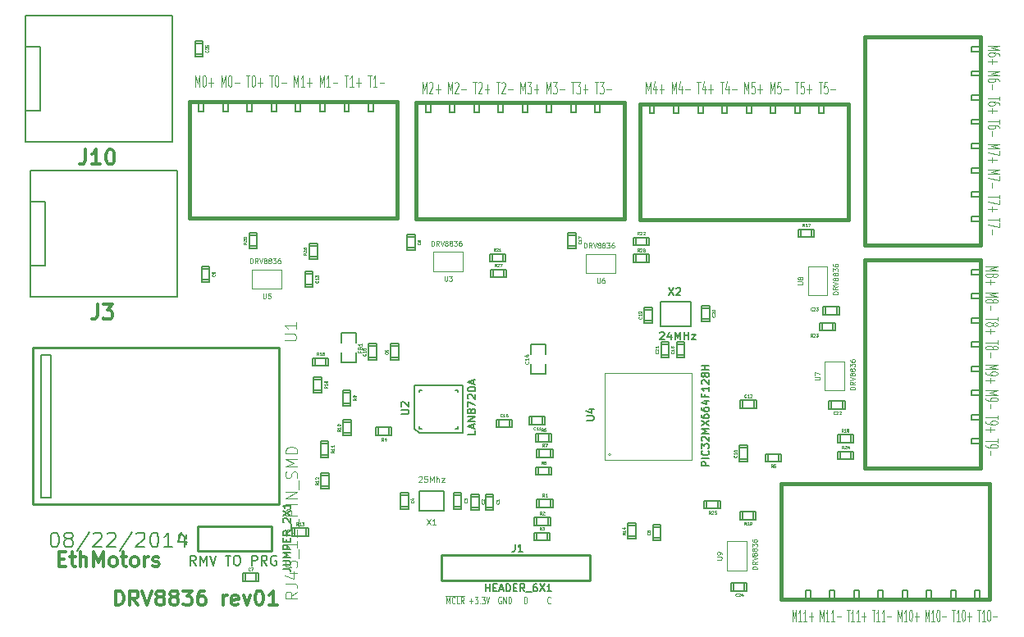
<source format=gto>
G04 (created by PCBNEW (2013-08-24 BZR 4298)-stable) date Sat 23 Aug 2014 12:07:27 PM PDT*
%MOIN*%
G04 Gerber Fmt 3.4, Leading zero omitted, Abs format*
%FSLAX34Y34*%
G01*
G70*
G90*
G04 APERTURE LIST*
%ADD10C,0.005906*%
%ADD11C,0.007874*%
%ADD12C,0.003937*%
%ADD13C,0.011811*%
%ADD14C,0.004921*%
%ADD15C,0.003900*%
%ADD16C,0.005000*%
%ADD17C,0.007900*%
%ADD18C,0.005900*%
%ADD19C,0.015000*%
%ADD20C,0.010000*%
%ADD21C,0.002000*%
%ADD22C,0.012000*%
%ADD23C,0.001969*%
%ADD24C,0.003700*%
%ADD25C,0.007500*%
G04 APERTURE END LIST*
G54D10*
G54D11*
X40154Y-41556D02*
X40023Y-41368D01*
X39929Y-41556D02*
X39929Y-41162D01*
X40079Y-41162D01*
X40117Y-41181D01*
X40135Y-41199D01*
X40154Y-41237D01*
X40154Y-41293D01*
X40135Y-41331D01*
X40117Y-41349D01*
X40079Y-41368D01*
X39929Y-41368D01*
X40323Y-41556D02*
X40323Y-41162D01*
X40454Y-41443D01*
X40585Y-41162D01*
X40585Y-41556D01*
X40717Y-41162D02*
X40848Y-41556D01*
X40979Y-41162D01*
X41354Y-41162D02*
X41579Y-41162D01*
X41467Y-41556D02*
X41467Y-41162D01*
X41785Y-41162D02*
X41860Y-41162D01*
X41898Y-41181D01*
X41935Y-41218D01*
X41954Y-41293D01*
X41954Y-41424D01*
X41935Y-41499D01*
X41898Y-41537D01*
X41860Y-41556D01*
X41785Y-41556D01*
X41748Y-41537D01*
X41710Y-41499D01*
X41691Y-41424D01*
X41691Y-41293D01*
X41710Y-41218D01*
X41748Y-41181D01*
X41785Y-41162D01*
X42423Y-41556D02*
X42423Y-41162D01*
X42573Y-41162D01*
X42610Y-41181D01*
X42629Y-41199D01*
X42648Y-41237D01*
X42648Y-41293D01*
X42629Y-41331D01*
X42610Y-41349D01*
X42573Y-41368D01*
X42423Y-41368D01*
X43041Y-41556D02*
X42910Y-41368D01*
X42816Y-41556D02*
X42816Y-41162D01*
X42966Y-41162D01*
X43004Y-41181D01*
X43023Y-41199D01*
X43041Y-41237D01*
X43041Y-41293D01*
X43023Y-41331D01*
X43004Y-41349D01*
X42966Y-41368D01*
X42816Y-41368D01*
X43416Y-41181D02*
X43379Y-41162D01*
X43323Y-41162D01*
X43266Y-41181D01*
X43229Y-41218D01*
X43210Y-41256D01*
X43191Y-41331D01*
X43191Y-41387D01*
X43210Y-41462D01*
X43229Y-41499D01*
X43266Y-41537D01*
X43323Y-41556D01*
X43360Y-41556D01*
X43416Y-41537D01*
X43435Y-41518D01*
X43435Y-41387D01*
X43360Y-41387D01*
G54D12*
X64396Y-43835D02*
X64396Y-43363D01*
X64469Y-43700D01*
X64543Y-43363D01*
X64543Y-43835D01*
X64763Y-43835D02*
X64637Y-43835D01*
X64700Y-43835D02*
X64700Y-43363D01*
X64679Y-43430D01*
X64658Y-43475D01*
X64637Y-43498D01*
X64973Y-43835D02*
X64847Y-43835D01*
X64910Y-43835D02*
X64910Y-43363D01*
X64889Y-43430D01*
X64868Y-43475D01*
X64847Y-43498D01*
X65068Y-43655D02*
X65236Y-43655D01*
X65152Y-43835D02*
X65152Y-43475D01*
X65509Y-43835D02*
X65509Y-43363D01*
X65582Y-43700D01*
X65656Y-43363D01*
X65656Y-43835D01*
X65876Y-43835D02*
X65750Y-43835D01*
X65813Y-43835D02*
X65813Y-43363D01*
X65792Y-43430D01*
X65771Y-43475D01*
X65750Y-43498D01*
X66086Y-43835D02*
X65960Y-43835D01*
X66023Y-43835D02*
X66023Y-43363D01*
X66002Y-43430D01*
X65981Y-43475D01*
X65960Y-43498D01*
X66181Y-43655D02*
X66349Y-43655D01*
X66590Y-43363D02*
X66716Y-43363D01*
X66653Y-43835D02*
X66653Y-43363D01*
X66905Y-43835D02*
X66779Y-43835D01*
X66842Y-43835D02*
X66842Y-43363D01*
X66821Y-43430D01*
X66800Y-43475D01*
X66779Y-43498D01*
X67115Y-43835D02*
X66989Y-43835D01*
X67052Y-43835D02*
X67052Y-43363D01*
X67031Y-43430D01*
X67010Y-43475D01*
X66989Y-43498D01*
X67209Y-43655D02*
X67377Y-43655D01*
X67293Y-43835D02*
X67293Y-43475D01*
X67619Y-43363D02*
X67745Y-43363D01*
X67682Y-43835D02*
X67682Y-43363D01*
X67934Y-43835D02*
X67808Y-43835D01*
X67871Y-43835D02*
X67871Y-43363D01*
X67850Y-43430D01*
X67829Y-43475D01*
X67808Y-43498D01*
X68144Y-43835D02*
X68018Y-43835D01*
X68081Y-43835D02*
X68081Y-43363D01*
X68060Y-43430D01*
X68039Y-43475D01*
X68018Y-43498D01*
X68238Y-43655D02*
X68406Y-43655D01*
X68679Y-43835D02*
X68679Y-43363D01*
X68753Y-43700D01*
X68826Y-43363D01*
X68826Y-43835D01*
X69047Y-43835D02*
X68921Y-43835D01*
X68984Y-43835D02*
X68984Y-43363D01*
X68963Y-43430D01*
X68942Y-43475D01*
X68921Y-43498D01*
X69183Y-43363D02*
X69204Y-43363D01*
X69225Y-43385D01*
X69236Y-43408D01*
X69246Y-43453D01*
X69257Y-43543D01*
X69257Y-43655D01*
X69246Y-43745D01*
X69236Y-43790D01*
X69225Y-43813D01*
X69204Y-43835D01*
X69183Y-43835D01*
X69162Y-43813D01*
X69152Y-43790D01*
X69141Y-43745D01*
X69131Y-43655D01*
X69131Y-43543D01*
X69141Y-43453D01*
X69152Y-43408D01*
X69162Y-43385D01*
X69183Y-43363D01*
X69351Y-43655D02*
X69519Y-43655D01*
X69435Y-43835D02*
X69435Y-43475D01*
X69792Y-43835D02*
X69792Y-43363D01*
X69866Y-43700D01*
X69939Y-43363D01*
X69939Y-43835D01*
X70160Y-43835D02*
X70034Y-43835D01*
X70097Y-43835D02*
X70097Y-43363D01*
X70076Y-43430D01*
X70055Y-43475D01*
X70034Y-43498D01*
X70296Y-43363D02*
X70317Y-43363D01*
X70338Y-43385D01*
X70349Y-43408D01*
X70359Y-43453D01*
X70370Y-43543D01*
X70370Y-43655D01*
X70359Y-43745D01*
X70349Y-43790D01*
X70338Y-43813D01*
X70317Y-43835D01*
X70296Y-43835D01*
X70275Y-43813D01*
X70265Y-43790D01*
X70254Y-43745D01*
X70244Y-43655D01*
X70244Y-43543D01*
X70254Y-43453D01*
X70265Y-43408D01*
X70275Y-43385D01*
X70296Y-43363D01*
X70464Y-43655D02*
X70632Y-43655D01*
X70874Y-43363D02*
X70999Y-43363D01*
X70937Y-43835D02*
X70937Y-43363D01*
X71188Y-43835D02*
X71062Y-43835D01*
X71125Y-43835D02*
X71125Y-43363D01*
X71104Y-43430D01*
X71083Y-43475D01*
X71062Y-43498D01*
X71325Y-43363D02*
X71346Y-43363D01*
X71367Y-43385D01*
X71377Y-43408D01*
X71388Y-43453D01*
X71398Y-43543D01*
X71398Y-43655D01*
X71388Y-43745D01*
X71377Y-43790D01*
X71367Y-43813D01*
X71346Y-43835D01*
X71325Y-43835D01*
X71304Y-43813D01*
X71293Y-43790D01*
X71283Y-43745D01*
X71272Y-43655D01*
X71272Y-43543D01*
X71283Y-43453D01*
X71293Y-43408D01*
X71304Y-43385D01*
X71325Y-43363D01*
X71493Y-43655D02*
X71661Y-43655D01*
X71577Y-43835D02*
X71577Y-43475D01*
X71902Y-43363D02*
X72028Y-43363D01*
X71965Y-43835D02*
X71965Y-43363D01*
X72217Y-43835D02*
X72091Y-43835D01*
X72154Y-43835D02*
X72154Y-43363D01*
X72133Y-43430D01*
X72112Y-43475D01*
X72091Y-43498D01*
X72354Y-43363D02*
X72375Y-43363D01*
X72396Y-43385D01*
X72406Y-43408D01*
X72417Y-43453D01*
X72427Y-43543D01*
X72427Y-43655D01*
X72417Y-43745D01*
X72406Y-43790D01*
X72396Y-43813D01*
X72375Y-43835D01*
X72354Y-43835D01*
X72333Y-43813D01*
X72322Y-43790D01*
X72312Y-43745D01*
X72301Y-43655D01*
X72301Y-43543D01*
X72312Y-43453D01*
X72322Y-43408D01*
X72333Y-43385D01*
X72354Y-43363D01*
X72522Y-43655D02*
X72690Y-43655D01*
X72246Y-29409D02*
X72719Y-29409D01*
X72381Y-29494D01*
X72719Y-29580D01*
X72246Y-29580D01*
X72516Y-29738D02*
X72539Y-29714D01*
X72561Y-29701D01*
X72606Y-29689D01*
X72629Y-29689D01*
X72674Y-29701D01*
X72696Y-29714D01*
X72719Y-29738D01*
X72719Y-29787D01*
X72696Y-29811D01*
X72674Y-29823D01*
X72629Y-29835D01*
X72606Y-29835D01*
X72561Y-29823D01*
X72539Y-29811D01*
X72516Y-29787D01*
X72516Y-29738D01*
X72494Y-29714D01*
X72471Y-29701D01*
X72426Y-29689D01*
X72336Y-29689D01*
X72291Y-29701D01*
X72269Y-29714D01*
X72246Y-29738D01*
X72246Y-29787D01*
X72269Y-29811D01*
X72291Y-29823D01*
X72336Y-29835D01*
X72426Y-29835D01*
X72471Y-29823D01*
X72494Y-29811D01*
X72516Y-29787D01*
X72426Y-29945D02*
X72426Y-30140D01*
X72246Y-30043D02*
X72606Y-30043D01*
X72246Y-30457D02*
X72719Y-30457D01*
X72381Y-30542D01*
X72719Y-30628D01*
X72246Y-30628D01*
X72516Y-30786D02*
X72539Y-30762D01*
X72561Y-30749D01*
X72606Y-30737D01*
X72629Y-30737D01*
X72674Y-30749D01*
X72696Y-30762D01*
X72719Y-30786D01*
X72719Y-30835D01*
X72696Y-30859D01*
X72674Y-30871D01*
X72629Y-30883D01*
X72606Y-30883D01*
X72561Y-30871D01*
X72539Y-30859D01*
X72516Y-30835D01*
X72516Y-30786D01*
X72494Y-30762D01*
X72471Y-30749D01*
X72426Y-30737D01*
X72336Y-30737D01*
X72291Y-30749D01*
X72269Y-30762D01*
X72246Y-30786D01*
X72246Y-30835D01*
X72269Y-30859D01*
X72291Y-30871D01*
X72336Y-30883D01*
X72426Y-30883D01*
X72471Y-30871D01*
X72494Y-30859D01*
X72516Y-30835D01*
X72426Y-30993D02*
X72426Y-31188D01*
X72719Y-31468D02*
X72719Y-31615D01*
X72246Y-31541D02*
X72719Y-31541D01*
X72516Y-31736D02*
X72539Y-31712D01*
X72561Y-31700D01*
X72606Y-31688D01*
X72629Y-31688D01*
X72674Y-31700D01*
X72696Y-31712D01*
X72719Y-31736D01*
X72719Y-31785D01*
X72696Y-31810D01*
X72674Y-31822D01*
X72629Y-31834D01*
X72606Y-31834D01*
X72561Y-31822D01*
X72539Y-31810D01*
X72516Y-31785D01*
X72516Y-31736D01*
X72494Y-31712D01*
X72471Y-31700D01*
X72426Y-31688D01*
X72336Y-31688D01*
X72291Y-31700D01*
X72269Y-31712D01*
X72246Y-31736D01*
X72246Y-31785D01*
X72269Y-31810D01*
X72291Y-31822D01*
X72336Y-31834D01*
X72426Y-31834D01*
X72471Y-31822D01*
X72494Y-31810D01*
X72516Y-31785D01*
X72426Y-31944D02*
X72426Y-32139D01*
X72246Y-32041D02*
X72606Y-32041D01*
X72719Y-32419D02*
X72719Y-32565D01*
X72246Y-32492D02*
X72719Y-32492D01*
X72516Y-32687D02*
X72539Y-32663D01*
X72561Y-32650D01*
X72606Y-32638D01*
X72629Y-32638D01*
X72674Y-32650D01*
X72696Y-32663D01*
X72719Y-32687D01*
X72719Y-32736D01*
X72696Y-32760D01*
X72674Y-32772D01*
X72629Y-32784D01*
X72606Y-32784D01*
X72561Y-32772D01*
X72539Y-32760D01*
X72516Y-32736D01*
X72516Y-32687D01*
X72494Y-32663D01*
X72471Y-32650D01*
X72426Y-32638D01*
X72336Y-32638D01*
X72291Y-32650D01*
X72269Y-32663D01*
X72246Y-32687D01*
X72246Y-32736D01*
X72269Y-32760D01*
X72291Y-32772D01*
X72336Y-32784D01*
X72426Y-32784D01*
X72471Y-32772D01*
X72494Y-32760D01*
X72516Y-32736D01*
X72426Y-32894D02*
X72426Y-33089D01*
X72246Y-33406D02*
X72719Y-33406D01*
X72381Y-33491D01*
X72719Y-33577D01*
X72246Y-33577D01*
X72246Y-33711D02*
X72246Y-33759D01*
X72269Y-33784D01*
X72291Y-33796D01*
X72359Y-33820D01*
X72449Y-33832D01*
X72629Y-33832D01*
X72674Y-33820D01*
X72696Y-33808D01*
X72719Y-33784D01*
X72719Y-33735D01*
X72696Y-33711D01*
X72674Y-33698D01*
X72629Y-33686D01*
X72516Y-33686D01*
X72471Y-33698D01*
X72449Y-33711D01*
X72426Y-33735D01*
X72426Y-33784D01*
X72449Y-33808D01*
X72471Y-33820D01*
X72516Y-33832D01*
X72426Y-33942D02*
X72426Y-34137D01*
X72246Y-34040D02*
X72606Y-34040D01*
X72246Y-34454D02*
X72719Y-34454D01*
X72381Y-34539D01*
X72719Y-34625D01*
X72246Y-34625D01*
X72246Y-34759D02*
X72246Y-34807D01*
X72269Y-34832D01*
X72291Y-34844D01*
X72359Y-34868D01*
X72449Y-34880D01*
X72629Y-34880D01*
X72674Y-34868D01*
X72696Y-34856D01*
X72719Y-34832D01*
X72719Y-34783D01*
X72696Y-34759D01*
X72674Y-34746D01*
X72629Y-34734D01*
X72516Y-34734D01*
X72471Y-34746D01*
X72449Y-34759D01*
X72426Y-34783D01*
X72426Y-34832D01*
X72449Y-34856D01*
X72471Y-34868D01*
X72516Y-34880D01*
X72426Y-34990D02*
X72426Y-35185D01*
X72719Y-35465D02*
X72719Y-35612D01*
X72246Y-35538D02*
X72719Y-35538D01*
X72246Y-35709D02*
X72246Y-35758D01*
X72269Y-35782D01*
X72291Y-35794D01*
X72359Y-35819D01*
X72449Y-35831D01*
X72629Y-35831D01*
X72674Y-35819D01*
X72696Y-35807D01*
X72719Y-35782D01*
X72719Y-35733D01*
X72696Y-35709D01*
X72674Y-35697D01*
X72629Y-35685D01*
X72516Y-35685D01*
X72471Y-35697D01*
X72449Y-35709D01*
X72426Y-35733D01*
X72426Y-35782D01*
X72449Y-35807D01*
X72471Y-35819D01*
X72516Y-35831D01*
X72426Y-35941D02*
X72426Y-36136D01*
X72246Y-36038D02*
X72606Y-36038D01*
X72719Y-36416D02*
X72719Y-36562D01*
X72246Y-36489D02*
X72719Y-36489D01*
X72246Y-36660D02*
X72246Y-36708D01*
X72269Y-36733D01*
X72291Y-36745D01*
X72359Y-36769D01*
X72449Y-36781D01*
X72629Y-36781D01*
X72674Y-36769D01*
X72696Y-36757D01*
X72719Y-36733D01*
X72719Y-36684D01*
X72696Y-36660D01*
X72674Y-36647D01*
X72629Y-36635D01*
X72516Y-36635D01*
X72471Y-36647D01*
X72449Y-36660D01*
X72426Y-36684D01*
X72426Y-36733D01*
X72449Y-36757D01*
X72471Y-36769D01*
X72516Y-36781D01*
X72426Y-36891D02*
X72426Y-37086D01*
X72325Y-20433D02*
X72798Y-20433D01*
X72460Y-20518D01*
X72798Y-20603D01*
X72325Y-20603D01*
X72798Y-20835D02*
X72798Y-20786D01*
X72775Y-20762D01*
X72753Y-20749D01*
X72685Y-20725D01*
X72595Y-20713D01*
X72415Y-20713D01*
X72370Y-20725D01*
X72348Y-20737D01*
X72325Y-20762D01*
X72325Y-20810D01*
X72348Y-20835D01*
X72370Y-20847D01*
X72415Y-20859D01*
X72528Y-20859D01*
X72573Y-20847D01*
X72595Y-20835D01*
X72618Y-20810D01*
X72618Y-20762D01*
X72595Y-20737D01*
X72573Y-20725D01*
X72528Y-20713D01*
X72505Y-20969D02*
X72505Y-21164D01*
X72325Y-21066D02*
X72685Y-21066D01*
X72325Y-21481D02*
X72798Y-21481D01*
X72460Y-21566D01*
X72798Y-21651D01*
X72325Y-21651D01*
X72798Y-21883D02*
X72798Y-21834D01*
X72775Y-21810D01*
X72753Y-21797D01*
X72685Y-21773D01*
X72595Y-21761D01*
X72415Y-21761D01*
X72370Y-21773D01*
X72348Y-21785D01*
X72325Y-21810D01*
X72325Y-21858D01*
X72348Y-21883D01*
X72370Y-21895D01*
X72415Y-21907D01*
X72528Y-21907D01*
X72573Y-21895D01*
X72595Y-21883D01*
X72618Y-21858D01*
X72618Y-21810D01*
X72595Y-21785D01*
X72573Y-21773D01*
X72528Y-21761D01*
X72505Y-22017D02*
X72505Y-22212D01*
X72798Y-22492D02*
X72798Y-22638D01*
X72325Y-22565D02*
X72798Y-22565D01*
X72798Y-22833D02*
X72798Y-22784D01*
X72775Y-22760D01*
X72753Y-22748D01*
X72685Y-22724D01*
X72595Y-22711D01*
X72415Y-22711D01*
X72370Y-22724D01*
X72348Y-22736D01*
X72325Y-22760D01*
X72325Y-22809D01*
X72348Y-22833D01*
X72370Y-22845D01*
X72415Y-22858D01*
X72528Y-22858D01*
X72573Y-22845D01*
X72595Y-22833D01*
X72618Y-22809D01*
X72618Y-22760D01*
X72595Y-22736D01*
X72573Y-22724D01*
X72528Y-22711D01*
X72505Y-22967D02*
X72505Y-23162D01*
X72325Y-23065D02*
X72685Y-23065D01*
X72798Y-23443D02*
X72798Y-23589D01*
X72325Y-23516D02*
X72798Y-23516D01*
X72798Y-23784D02*
X72798Y-23735D01*
X72775Y-23711D01*
X72753Y-23698D01*
X72685Y-23674D01*
X72595Y-23662D01*
X72415Y-23662D01*
X72370Y-23674D01*
X72348Y-23686D01*
X72325Y-23711D01*
X72325Y-23759D01*
X72348Y-23784D01*
X72370Y-23796D01*
X72415Y-23808D01*
X72528Y-23808D01*
X72573Y-23796D01*
X72595Y-23784D01*
X72618Y-23759D01*
X72618Y-23711D01*
X72595Y-23686D01*
X72573Y-23674D01*
X72528Y-23662D01*
X72505Y-23918D02*
X72505Y-24113D01*
X72325Y-24430D02*
X72798Y-24430D01*
X72460Y-24515D01*
X72798Y-24600D01*
X72325Y-24600D01*
X72798Y-24698D02*
X72798Y-24868D01*
X72325Y-24759D01*
X72505Y-24966D02*
X72505Y-25161D01*
X72325Y-25063D02*
X72685Y-25063D01*
X72325Y-25478D02*
X72798Y-25478D01*
X72460Y-25563D01*
X72798Y-25648D01*
X72325Y-25648D01*
X72798Y-25746D02*
X72798Y-25916D01*
X72325Y-25807D01*
X72505Y-26014D02*
X72505Y-26209D01*
X72798Y-26489D02*
X72798Y-26635D01*
X72325Y-26562D02*
X72798Y-26562D01*
X72798Y-26696D02*
X72798Y-26867D01*
X72325Y-26757D01*
X72505Y-26964D02*
X72505Y-27159D01*
X72325Y-27062D02*
X72685Y-27062D01*
X72798Y-27440D02*
X72798Y-27586D01*
X72325Y-27513D02*
X72798Y-27513D01*
X72798Y-27647D02*
X72798Y-27817D01*
X72325Y-27708D01*
X72505Y-27915D02*
X72505Y-28110D01*
X58444Y-22379D02*
X58444Y-21906D01*
X58530Y-22244D01*
X58615Y-21906D01*
X58615Y-22379D01*
X58847Y-22064D02*
X58847Y-22379D01*
X58786Y-21884D02*
X58725Y-22221D01*
X58883Y-22221D01*
X58981Y-22199D02*
X59176Y-22199D01*
X59078Y-22379D02*
X59078Y-22019D01*
X59492Y-22379D02*
X59492Y-21906D01*
X59578Y-22244D01*
X59663Y-21906D01*
X59663Y-22379D01*
X59895Y-22064D02*
X59895Y-22379D01*
X59834Y-21884D02*
X59773Y-22221D01*
X59931Y-22221D01*
X60029Y-22199D02*
X60224Y-22199D01*
X60504Y-21906D02*
X60650Y-21906D01*
X60577Y-22379D02*
X60577Y-21906D01*
X60845Y-22064D02*
X60845Y-22379D01*
X60784Y-21884D02*
X60723Y-22221D01*
X60882Y-22221D01*
X60979Y-22199D02*
X61174Y-22199D01*
X61077Y-22379D02*
X61077Y-22019D01*
X61454Y-21906D02*
X61601Y-21906D01*
X61527Y-22379D02*
X61527Y-21906D01*
X61796Y-22064D02*
X61796Y-22379D01*
X61735Y-21884D02*
X61674Y-22221D01*
X61832Y-22221D01*
X61930Y-22199D02*
X62125Y-22199D01*
X62441Y-22379D02*
X62441Y-21906D01*
X62527Y-22244D01*
X62612Y-21906D01*
X62612Y-22379D01*
X62856Y-21906D02*
X62734Y-21906D01*
X62722Y-22131D01*
X62734Y-22109D01*
X62758Y-22086D01*
X62819Y-22086D01*
X62844Y-22109D01*
X62856Y-22131D01*
X62868Y-22176D01*
X62868Y-22289D01*
X62856Y-22334D01*
X62844Y-22356D01*
X62819Y-22379D01*
X62758Y-22379D01*
X62734Y-22356D01*
X62722Y-22334D01*
X62978Y-22199D02*
X63173Y-22199D01*
X63075Y-22379D02*
X63075Y-22019D01*
X63489Y-22379D02*
X63489Y-21906D01*
X63575Y-22244D01*
X63660Y-21906D01*
X63660Y-22379D01*
X63904Y-21906D02*
X63782Y-21906D01*
X63770Y-22131D01*
X63782Y-22109D01*
X63806Y-22086D01*
X63867Y-22086D01*
X63892Y-22109D01*
X63904Y-22131D01*
X63916Y-22176D01*
X63916Y-22289D01*
X63904Y-22334D01*
X63892Y-22356D01*
X63867Y-22379D01*
X63806Y-22379D01*
X63782Y-22356D01*
X63770Y-22334D01*
X64026Y-22199D02*
X64221Y-22199D01*
X64501Y-21906D02*
X64647Y-21906D01*
X64574Y-22379D02*
X64574Y-21906D01*
X64854Y-21906D02*
X64732Y-21906D01*
X64720Y-22131D01*
X64732Y-22109D01*
X64757Y-22086D01*
X64818Y-22086D01*
X64842Y-22109D01*
X64854Y-22131D01*
X64866Y-22176D01*
X64866Y-22289D01*
X64854Y-22334D01*
X64842Y-22356D01*
X64818Y-22379D01*
X64757Y-22379D01*
X64732Y-22356D01*
X64720Y-22334D01*
X64976Y-22199D02*
X65171Y-22199D01*
X65074Y-22379D02*
X65074Y-22019D01*
X65451Y-21906D02*
X65598Y-21906D01*
X65524Y-22379D02*
X65524Y-21906D01*
X65805Y-21906D02*
X65683Y-21906D01*
X65671Y-22131D01*
X65683Y-22109D01*
X65707Y-22086D01*
X65768Y-22086D01*
X65793Y-22109D01*
X65805Y-22131D01*
X65817Y-22176D01*
X65817Y-22289D01*
X65805Y-22334D01*
X65793Y-22356D01*
X65768Y-22379D01*
X65707Y-22379D01*
X65683Y-22356D01*
X65671Y-22334D01*
X65927Y-22199D02*
X66122Y-22199D01*
X49350Y-22379D02*
X49350Y-21906D01*
X49435Y-22244D01*
X49520Y-21906D01*
X49520Y-22379D01*
X49630Y-21951D02*
X49642Y-21929D01*
X49667Y-21906D01*
X49728Y-21906D01*
X49752Y-21929D01*
X49764Y-21951D01*
X49776Y-21996D01*
X49776Y-22041D01*
X49764Y-22109D01*
X49618Y-22379D01*
X49776Y-22379D01*
X49886Y-22199D02*
X50081Y-22199D01*
X49984Y-22379D02*
X49984Y-22019D01*
X50398Y-22379D02*
X50398Y-21906D01*
X50483Y-22244D01*
X50568Y-21906D01*
X50568Y-22379D01*
X50678Y-21951D02*
X50690Y-21929D01*
X50715Y-21906D01*
X50776Y-21906D01*
X50800Y-21929D01*
X50812Y-21951D01*
X50824Y-21996D01*
X50824Y-22041D01*
X50812Y-22109D01*
X50666Y-22379D01*
X50824Y-22379D01*
X50934Y-22199D02*
X51129Y-22199D01*
X51409Y-21906D02*
X51556Y-21906D01*
X51482Y-22379D02*
X51482Y-21906D01*
X51629Y-21951D02*
X51641Y-21929D01*
X51665Y-21906D01*
X51726Y-21906D01*
X51751Y-21929D01*
X51763Y-21951D01*
X51775Y-21996D01*
X51775Y-22041D01*
X51763Y-22109D01*
X51616Y-22379D01*
X51775Y-22379D01*
X51885Y-22199D02*
X52080Y-22199D01*
X51982Y-22379D02*
X51982Y-22019D01*
X52360Y-21906D02*
X52506Y-21906D01*
X52433Y-22379D02*
X52433Y-21906D01*
X52579Y-21951D02*
X52591Y-21929D01*
X52616Y-21906D01*
X52677Y-21906D01*
X52701Y-21929D01*
X52713Y-21951D01*
X52725Y-21996D01*
X52725Y-22041D01*
X52713Y-22109D01*
X52567Y-22379D01*
X52725Y-22379D01*
X52835Y-22199D02*
X53030Y-22199D01*
X53347Y-22379D02*
X53347Y-21906D01*
X53432Y-22244D01*
X53517Y-21906D01*
X53517Y-22379D01*
X53615Y-21906D02*
X53773Y-21906D01*
X53688Y-22086D01*
X53725Y-22086D01*
X53749Y-22109D01*
X53761Y-22131D01*
X53773Y-22176D01*
X53773Y-22289D01*
X53761Y-22334D01*
X53749Y-22356D01*
X53725Y-22379D01*
X53652Y-22379D01*
X53627Y-22356D01*
X53615Y-22334D01*
X53883Y-22199D02*
X54078Y-22199D01*
X53981Y-22379D02*
X53981Y-22019D01*
X54395Y-22379D02*
X54395Y-21906D01*
X54480Y-22244D01*
X54565Y-21906D01*
X54565Y-22379D01*
X54663Y-21906D02*
X54821Y-21906D01*
X54736Y-22086D01*
X54773Y-22086D01*
X54797Y-22109D01*
X54809Y-22131D01*
X54821Y-22176D01*
X54821Y-22289D01*
X54809Y-22334D01*
X54797Y-22356D01*
X54773Y-22379D01*
X54700Y-22379D01*
X54675Y-22356D01*
X54663Y-22334D01*
X54931Y-22199D02*
X55126Y-22199D01*
X55406Y-21906D02*
X55553Y-21906D01*
X55479Y-22379D02*
X55479Y-21906D01*
X55613Y-21906D02*
X55772Y-21906D01*
X55687Y-22086D01*
X55723Y-22086D01*
X55748Y-22109D01*
X55760Y-22131D01*
X55772Y-22176D01*
X55772Y-22289D01*
X55760Y-22334D01*
X55748Y-22356D01*
X55723Y-22379D01*
X55650Y-22379D01*
X55626Y-22356D01*
X55613Y-22334D01*
X55882Y-22199D02*
X56077Y-22199D01*
X55979Y-22379D02*
X55979Y-22019D01*
X56357Y-21906D02*
X56503Y-21906D01*
X56430Y-22379D02*
X56430Y-21906D01*
X56564Y-21906D02*
X56722Y-21906D01*
X56637Y-22086D01*
X56674Y-22086D01*
X56698Y-22109D01*
X56710Y-22131D01*
X56722Y-22176D01*
X56722Y-22289D01*
X56710Y-22334D01*
X56698Y-22356D01*
X56674Y-22379D01*
X56601Y-22379D01*
X56576Y-22356D01*
X56564Y-22334D01*
X56832Y-22199D02*
X57027Y-22199D01*
X40137Y-22103D02*
X40137Y-21631D01*
X40223Y-21968D01*
X40308Y-21631D01*
X40308Y-22103D01*
X40479Y-21631D02*
X40503Y-21631D01*
X40527Y-21653D01*
X40539Y-21676D01*
X40552Y-21721D01*
X40564Y-21811D01*
X40564Y-21923D01*
X40552Y-22013D01*
X40539Y-22058D01*
X40527Y-22080D01*
X40503Y-22103D01*
X40479Y-22103D01*
X40454Y-22080D01*
X40442Y-22058D01*
X40430Y-22013D01*
X40418Y-21923D01*
X40418Y-21811D01*
X40430Y-21721D01*
X40442Y-21676D01*
X40454Y-21653D01*
X40479Y-21631D01*
X40673Y-21923D02*
X40868Y-21923D01*
X40771Y-22103D02*
X40771Y-21743D01*
X41185Y-22103D02*
X41185Y-21631D01*
X41271Y-21968D01*
X41356Y-21631D01*
X41356Y-22103D01*
X41526Y-21631D02*
X41551Y-21631D01*
X41575Y-21653D01*
X41587Y-21676D01*
X41600Y-21721D01*
X41612Y-21811D01*
X41612Y-21923D01*
X41600Y-22013D01*
X41587Y-22058D01*
X41575Y-22080D01*
X41551Y-22103D01*
X41526Y-22103D01*
X41502Y-22080D01*
X41490Y-22058D01*
X41478Y-22013D01*
X41466Y-21923D01*
X41466Y-21811D01*
X41478Y-21721D01*
X41490Y-21676D01*
X41502Y-21653D01*
X41526Y-21631D01*
X41721Y-21923D02*
X41916Y-21923D01*
X42197Y-21631D02*
X42343Y-21631D01*
X42270Y-22103D02*
X42270Y-21631D01*
X42477Y-21631D02*
X42501Y-21631D01*
X42526Y-21653D01*
X42538Y-21676D01*
X42550Y-21721D01*
X42562Y-21811D01*
X42562Y-21923D01*
X42550Y-22013D01*
X42538Y-22058D01*
X42526Y-22080D01*
X42501Y-22103D01*
X42477Y-22103D01*
X42453Y-22080D01*
X42440Y-22058D01*
X42428Y-22013D01*
X42416Y-21923D01*
X42416Y-21811D01*
X42428Y-21721D01*
X42440Y-21676D01*
X42453Y-21653D01*
X42477Y-21631D01*
X42672Y-21923D02*
X42867Y-21923D01*
X42769Y-22103D02*
X42769Y-21743D01*
X43147Y-21631D02*
X43293Y-21631D01*
X43220Y-22103D02*
X43220Y-21631D01*
X43428Y-21631D02*
X43452Y-21631D01*
X43476Y-21653D01*
X43488Y-21676D01*
X43501Y-21721D01*
X43513Y-21811D01*
X43513Y-21923D01*
X43501Y-22013D01*
X43488Y-22058D01*
X43476Y-22080D01*
X43452Y-22103D01*
X43428Y-22103D01*
X43403Y-22080D01*
X43391Y-22058D01*
X43379Y-22013D01*
X43367Y-21923D01*
X43367Y-21811D01*
X43379Y-21721D01*
X43391Y-21676D01*
X43403Y-21653D01*
X43428Y-21631D01*
X43622Y-21923D02*
X43817Y-21923D01*
X44134Y-22103D02*
X44134Y-21631D01*
X44220Y-21968D01*
X44305Y-21631D01*
X44305Y-22103D01*
X44561Y-22103D02*
X44415Y-22103D01*
X44488Y-22103D02*
X44488Y-21631D01*
X44463Y-21698D01*
X44439Y-21743D01*
X44415Y-21766D01*
X44670Y-21923D02*
X44865Y-21923D01*
X44768Y-22103D02*
X44768Y-21743D01*
X45182Y-22103D02*
X45182Y-21631D01*
X45268Y-21968D01*
X45353Y-21631D01*
X45353Y-22103D01*
X45609Y-22103D02*
X45463Y-22103D01*
X45536Y-22103D02*
X45536Y-21631D01*
X45511Y-21698D01*
X45487Y-21743D01*
X45463Y-21766D01*
X45718Y-21923D02*
X45913Y-21923D01*
X46194Y-21631D02*
X46340Y-21631D01*
X46267Y-22103D02*
X46267Y-21631D01*
X46559Y-22103D02*
X46413Y-22103D01*
X46486Y-22103D02*
X46486Y-21631D01*
X46462Y-21698D01*
X46437Y-21743D01*
X46413Y-21766D01*
X46669Y-21923D02*
X46864Y-21923D01*
X46766Y-22103D02*
X46766Y-21743D01*
X47144Y-21631D02*
X47290Y-21631D01*
X47217Y-22103D02*
X47217Y-21631D01*
X47510Y-22103D02*
X47364Y-22103D01*
X47437Y-22103D02*
X47437Y-21631D01*
X47412Y-21698D01*
X47388Y-21743D01*
X47364Y-21766D01*
X47619Y-21923D02*
X47814Y-21923D01*
G54D13*
X36881Y-43180D02*
X36881Y-42589D01*
X37021Y-42589D01*
X37106Y-42618D01*
X37162Y-42674D01*
X37190Y-42730D01*
X37218Y-42843D01*
X37218Y-42927D01*
X37190Y-43039D01*
X37162Y-43096D01*
X37106Y-43152D01*
X37021Y-43180D01*
X36881Y-43180D01*
X37809Y-43180D02*
X37612Y-42899D01*
X37471Y-43180D02*
X37471Y-42589D01*
X37696Y-42589D01*
X37753Y-42618D01*
X37781Y-42646D01*
X37809Y-42702D01*
X37809Y-42786D01*
X37781Y-42843D01*
X37753Y-42871D01*
X37696Y-42899D01*
X37471Y-42899D01*
X37978Y-42589D02*
X38174Y-43180D01*
X38371Y-42589D01*
X38652Y-42843D02*
X38596Y-42814D01*
X38568Y-42786D01*
X38540Y-42730D01*
X38540Y-42702D01*
X38568Y-42646D01*
X38596Y-42618D01*
X38652Y-42589D01*
X38765Y-42589D01*
X38821Y-42618D01*
X38849Y-42646D01*
X38877Y-42702D01*
X38877Y-42730D01*
X38849Y-42786D01*
X38821Y-42814D01*
X38765Y-42843D01*
X38652Y-42843D01*
X38596Y-42871D01*
X38568Y-42899D01*
X38540Y-42955D01*
X38540Y-43068D01*
X38568Y-43124D01*
X38596Y-43152D01*
X38652Y-43180D01*
X38765Y-43180D01*
X38821Y-43152D01*
X38849Y-43124D01*
X38877Y-43068D01*
X38877Y-42955D01*
X38849Y-42899D01*
X38821Y-42871D01*
X38765Y-42843D01*
X39215Y-42843D02*
X39159Y-42814D01*
X39131Y-42786D01*
X39102Y-42730D01*
X39102Y-42702D01*
X39131Y-42646D01*
X39159Y-42618D01*
X39215Y-42589D01*
X39327Y-42589D01*
X39384Y-42618D01*
X39412Y-42646D01*
X39440Y-42702D01*
X39440Y-42730D01*
X39412Y-42786D01*
X39384Y-42814D01*
X39327Y-42843D01*
X39215Y-42843D01*
X39159Y-42871D01*
X39131Y-42899D01*
X39102Y-42955D01*
X39102Y-43068D01*
X39131Y-43124D01*
X39159Y-43152D01*
X39215Y-43180D01*
X39327Y-43180D01*
X39384Y-43152D01*
X39412Y-43124D01*
X39440Y-43068D01*
X39440Y-42955D01*
X39412Y-42899D01*
X39384Y-42871D01*
X39327Y-42843D01*
X39637Y-42589D02*
X40002Y-42589D01*
X39805Y-42814D01*
X39890Y-42814D01*
X39946Y-42843D01*
X39974Y-42871D01*
X40002Y-42927D01*
X40002Y-43068D01*
X39974Y-43124D01*
X39946Y-43152D01*
X39890Y-43180D01*
X39721Y-43180D01*
X39665Y-43152D01*
X39637Y-43124D01*
X40508Y-42589D02*
X40396Y-42589D01*
X40340Y-42618D01*
X40312Y-42646D01*
X40255Y-42730D01*
X40227Y-42843D01*
X40227Y-43068D01*
X40255Y-43124D01*
X40284Y-43152D01*
X40340Y-43180D01*
X40452Y-43180D01*
X40508Y-43152D01*
X40537Y-43124D01*
X40565Y-43068D01*
X40565Y-42927D01*
X40537Y-42871D01*
X40508Y-42843D01*
X40452Y-42814D01*
X40340Y-42814D01*
X40284Y-42843D01*
X40255Y-42871D01*
X40227Y-42927D01*
X41268Y-43180D02*
X41268Y-42786D01*
X41268Y-42899D02*
X41296Y-42843D01*
X41324Y-42814D01*
X41380Y-42786D01*
X41437Y-42786D01*
X41858Y-43152D02*
X41802Y-43180D01*
X41690Y-43180D01*
X41633Y-43152D01*
X41605Y-43096D01*
X41605Y-42871D01*
X41633Y-42814D01*
X41690Y-42786D01*
X41802Y-42786D01*
X41858Y-42814D01*
X41886Y-42871D01*
X41886Y-42927D01*
X41605Y-42983D01*
X42083Y-42786D02*
X42224Y-43180D01*
X42365Y-42786D01*
X42702Y-42589D02*
X42758Y-42589D01*
X42814Y-42618D01*
X42843Y-42646D01*
X42871Y-42702D01*
X42899Y-42814D01*
X42899Y-42955D01*
X42871Y-43068D01*
X42843Y-43124D01*
X42814Y-43152D01*
X42758Y-43180D01*
X42702Y-43180D01*
X42646Y-43152D01*
X42618Y-43124D01*
X42589Y-43068D01*
X42561Y-42955D01*
X42561Y-42814D01*
X42589Y-42702D01*
X42618Y-42646D01*
X42646Y-42618D01*
X42702Y-42589D01*
X43461Y-43180D02*
X43124Y-43180D01*
X43293Y-43180D02*
X43293Y-42589D01*
X43236Y-42674D01*
X43180Y-42730D01*
X43124Y-42758D01*
G54D11*
X34392Y-40227D02*
X34448Y-40227D01*
X34505Y-40255D01*
X34533Y-40284D01*
X34561Y-40340D01*
X34589Y-40452D01*
X34589Y-40593D01*
X34561Y-40705D01*
X34533Y-40762D01*
X34505Y-40790D01*
X34448Y-40818D01*
X34392Y-40818D01*
X34336Y-40790D01*
X34308Y-40762D01*
X34280Y-40705D01*
X34251Y-40593D01*
X34251Y-40452D01*
X34280Y-40340D01*
X34308Y-40284D01*
X34336Y-40255D01*
X34392Y-40227D01*
X34926Y-40480D02*
X34870Y-40452D01*
X34842Y-40424D01*
X34814Y-40368D01*
X34814Y-40340D01*
X34842Y-40284D01*
X34870Y-40255D01*
X34926Y-40227D01*
X35039Y-40227D01*
X35095Y-40255D01*
X35123Y-40284D01*
X35151Y-40340D01*
X35151Y-40368D01*
X35123Y-40424D01*
X35095Y-40452D01*
X35039Y-40480D01*
X34926Y-40480D01*
X34870Y-40508D01*
X34842Y-40537D01*
X34814Y-40593D01*
X34814Y-40705D01*
X34842Y-40762D01*
X34870Y-40790D01*
X34926Y-40818D01*
X35039Y-40818D01*
X35095Y-40790D01*
X35123Y-40762D01*
X35151Y-40705D01*
X35151Y-40593D01*
X35123Y-40537D01*
X35095Y-40508D01*
X35039Y-40480D01*
X35826Y-40199D02*
X35320Y-40958D01*
X35995Y-40284D02*
X36023Y-40255D01*
X36079Y-40227D01*
X36220Y-40227D01*
X36276Y-40255D01*
X36304Y-40284D01*
X36332Y-40340D01*
X36332Y-40396D01*
X36304Y-40480D01*
X35967Y-40818D01*
X36332Y-40818D01*
X36557Y-40284D02*
X36586Y-40255D01*
X36642Y-40227D01*
X36782Y-40227D01*
X36839Y-40255D01*
X36867Y-40284D01*
X36895Y-40340D01*
X36895Y-40396D01*
X36867Y-40480D01*
X36529Y-40818D01*
X36895Y-40818D01*
X37570Y-40199D02*
X37064Y-40958D01*
X37739Y-40284D02*
X37767Y-40255D01*
X37823Y-40227D01*
X37964Y-40227D01*
X38020Y-40255D01*
X38048Y-40284D01*
X38076Y-40340D01*
X38076Y-40396D01*
X38048Y-40480D01*
X37710Y-40818D01*
X38076Y-40818D01*
X38442Y-40227D02*
X38498Y-40227D01*
X38554Y-40255D01*
X38582Y-40284D01*
X38610Y-40340D01*
X38638Y-40452D01*
X38638Y-40593D01*
X38610Y-40705D01*
X38582Y-40762D01*
X38554Y-40790D01*
X38498Y-40818D01*
X38442Y-40818D01*
X38385Y-40790D01*
X38357Y-40762D01*
X38329Y-40705D01*
X38301Y-40593D01*
X38301Y-40452D01*
X38329Y-40340D01*
X38357Y-40284D01*
X38385Y-40255D01*
X38442Y-40227D01*
X39201Y-40818D02*
X38863Y-40818D01*
X39032Y-40818D02*
X39032Y-40227D01*
X38976Y-40312D01*
X38920Y-40368D01*
X38863Y-40396D01*
X39707Y-40424D02*
X39707Y-40818D01*
X39566Y-40199D02*
X39426Y-40621D01*
X39791Y-40621D01*
G54D13*
X34589Y-41296D02*
X34786Y-41296D01*
X34870Y-41605D02*
X34589Y-41605D01*
X34589Y-41015D01*
X34870Y-41015D01*
X35039Y-41212D02*
X35264Y-41212D01*
X35123Y-41015D02*
X35123Y-41521D01*
X35151Y-41577D01*
X35208Y-41605D01*
X35264Y-41605D01*
X35461Y-41605D02*
X35461Y-41015D01*
X35714Y-41605D02*
X35714Y-41296D01*
X35686Y-41240D01*
X35629Y-41212D01*
X35545Y-41212D01*
X35489Y-41240D01*
X35461Y-41268D01*
X35995Y-41605D02*
X35995Y-41015D01*
X36192Y-41437D01*
X36389Y-41015D01*
X36389Y-41605D01*
X36754Y-41605D02*
X36698Y-41577D01*
X36670Y-41549D01*
X36642Y-41493D01*
X36642Y-41324D01*
X36670Y-41268D01*
X36698Y-41240D01*
X36754Y-41212D01*
X36839Y-41212D01*
X36895Y-41240D01*
X36923Y-41268D01*
X36951Y-41324D01*
X36951Y-41493D01*
X36923Y-41549D01*
X36895Y-41577D01*
X36839Y-41605D01*
X36754Y-41605D01*
X37120Y-41212D02*
X37345Y-41212D01*
X37204Y-41015D02*
X37204Y-41521D01*
X37232Y-41577D01*
X37289Y-41605D01*
X37345Y-41605D01*
X37626Y-41605D02*
X37570Y-41577D01*
X37542Y-41549D01*
X37514Y-41493D01*
X37514Y-41324D01*
X37542Y-41268D01*
X37570Y-41240D01*
X37626Y-41212D01*
X37710Y-41212D01*
X37767Y-41240D01*
X37795Y-41268D01*
X37823Y-41324D01*
X37823Y-41493D01*
X37795Y-41549D01*
X37767Y-41577D01*
X37710Y-41605D01*
X37626Y-41605D01*
X38076Y-41605D02*
X38076Y-41212D01*
X38076Y-41324D02*
X38104Y-41268D01*
X38132Y-41240D01*
X38188Y-41212D01*
X38245Y-41212D01*
X38413Y-41577D02*
X38470Y-41605D01*
X38582Y-41605D01*
X38638Y-41577D01*
X38667Y-41521D01*
X38667Y-41493D01*
X38638Y-41437D01*
X38582Y-41408D01*
X38498Y-41408D01*
X38442Y-41380D01*
X38413Y-41324D01*
X38413Y-41296D01*
X38442Y-41240D01*
X38498Y-41212D01*
X38582Y-41212D01*
X38638Y-41240D01*
G54D14*
X50336Y-43116D02*
X50336Y-42841D01*
X50402Y-43038D01*
X50467Y-42841D01*
X50467Y-43116D01*
X50673Y-43090D02*
X50664Y-43103D01*
X50636Y-43116D01*
X50617Y-43116D01*
X50589Y-43103D01*
X50570Y-43077D01*
X50561Y-43051D01*
X50552Y-42998D01*
X50552Y-42959D01*
X50561Y-42906D01*
X50570Y-42880D01*
X50589Y-42854D01*
X50617Y-42841D01*
X50636Y-42841D01*
X50664Y-42854D01*
X50673Y-42867D01*
X50852Y-43116D02*
X50758Y-43116D01*
X50758Y-42841D01*
X51030Y-43116D02*
X50964Y-42985D01*
X50917Y-43116D02*
X50917Y-42841D01*
X50992Y-42841D01*
X51011Y-42854D01*
X51020Y-42867D01*
X51030Y-42893D01*
X51030Y-42933D01*
X51020Y-42959D01*
X51011Y-42972D01*
X50992Y-42985D01*
X50917Y-42985D01*
X50289Y-42793D02*
X51067Y-42793D01*
X51264Y-43011D02*
X51414Y-43011D01*
X51339Y-43116D02*
X51339Y-42906D01*
X51489Y-42841D02*
X51611Y-42841D01*
X51545Y-42946D01*
X51573Y-42946D01*
X51592Y-42959D01*
X51601Y-42972D01*
X51611Y-42998D01*
X51611Y-43064D01*
X51601Y-43090D01*
X51592Y-43103D01*
X51573Y-43116D01*
X51517Y-43116D01*
X51498Y-43103D01*
X51489Y-43090D01*
X51695Y-43090D02*
X51705Y-43103D01*
X51695Y-43116D01*
X51686Y-43103D01*
X51695Y-43090D01*
X51695Y-43116D01*
X51770Y-42841D02*
X51892Y-42841D01*
X51826Y-42946D01*
X51855Y-42946D01*
X51873Y-42959D01*
X51883Y-42972D01*
X51892Y-42998D01*
X51892Y-43064D01*
X51883Y-43090D01*
X51873Y-43103D01*
X51855Y-43116D01*
X51798Y-43116D01*
X51780Y-43103D01*
X51770Y-43090D01*
X51948Y-42841D02*
X52014Y-43116D01*
X52080Y-42841D01*
X52548Y-42854D02*
X52529Y-42841D01*
X52501Y-42841D01*
X52473Y-42854D01*
X52455Y-42880D01*
X52445Y-42906D01*
X52436Y-42959D01*
X52436Y-42998D01*
X52445Y-43051D01*
X52455Y-43077D01*
X52473Y-43103D01*
X52501Y-43116D01*
X52520Y-43116D01*
X52548Y-43103D01*
X52558Y-43090D01*
X52558Y-42998D01*
X52520Y-42998D01*
X52642Y-43116D02*
X52642Y-42841D01*
X52754Y-43116D01*
X52754Y-42841D01*
X52848Y-43116D02*
X52848Y-42841D01*
X52895Y-42841D01*
X52923Y-42854D01*
X52942Y-42880D01*
X52951Y-42906D01*
X52961Y-42959D01*
X52961Y-42998D01*
X52951Y-43051D01*
X52942Y-43077D01*
X52923Y-43103D01*
X52895Y-43116D01*
X52848Y-43116D01*
X53495Y-43116D02*
X53495Y-42841D01*
X53542Y-42841D01*
X53570Y-42854D01*
X53589Y-42880D01*
X53598Y-42906D01*
X53607Y-42959D01*
X53607Y-42998D01*
X53598Y-43051D01*
X53589Y-43077D01*
X53570Y-43103D01*
X53542Y-43116D01*
X53495Y-43116D01*
X54554Y-43090D02*
X54545Y-43103D01*
X54517Y-43116D01*
X54498Y-43116D01*
X54470Y-43103D01*
X54451Y-43077D01*
X54442Y-43051D01*
X54432Y-42998D01*
X54432Y-42959D01*
X54442Y-42906D01*
X54451Y-42880D01*
X54470Y-42854D01*
X54498Y-42841D01*
X54517Y-42841D01*
X54545Y-42854D01*
X54554Y-42867D01*
G54D15*
X56755Y-37279D02*
X56755Y-33736D01*
X56755Y-33736D02*
X60299Y-33736D01*
X60299Y-33736D02*
X60299Y-37279D01*
X60299Y-37279D02*
X56755Y-37279D01*
X57011Y-37061D02*
G75*
G03X57011Y-37061I-53J0D01*
G74*
G01*
G54D16*
X33425Y-29370D02*
X34035Y-29370D01*
X34035Y-29370D02*
X34035Y-26771D01*
X34035Y-26771D02*
X33435Y-26771D01*
G54D17*
X39409Y-30630D02*
X33425Y-30630D01*
X33425Y-30630D02*
X33425Y-25510D01*
X33425Y-25510D02*
X39409Y-25510D01*
X39409Y-25510D02*
X39409Y-30630D01*
G54D16*
X52897Y-35947D02*
X52897Y-35627D01*
X52457Y-35637D02*
X52457Y-35947D01*
X52357Y-35627D02*
X52997Y-35627D01*
X52997Y-35627D02*
X52997Y-35947D01*
X52997Y-35947D02*
X52357Y-35947D01*
X52357Y-35947D02*
X52357Y-35627D01*
X47482Y-32654D02*
X47162Y-32654D01*
X47172Y-33094D02*
X47482Y-33094D01*
X47162Y-33194D02*
X47162Y-32554D01*
X47162Y-32554D02*
X47482Y-32554D01*
X47482Y-32554D02*
X47482Y-33194D01*
X47482Y-33194D02*
X47162Y-33194D01*
X51336Y-39196D02*
X51656Y-39196D01*
X51646Y-38756D02*
X51336Y-38756D01*
X51656Y-38656D02*
X51656Y-39296D01*
X51656Y-39296D02*
X51336Y-39296D01*
X51336Y-39296D02*
X51336Y-38656D01*
X51336Y-38656D02*
X51656Y-38656D01*
G54D18*
X49023Y-35992D02*
X49023Y-34228D01*
X49219Y-36188D02*
X50983Y-36188D01*
X49219Y-36188D02*
X49023Y-35992D01*
G54D17*
X49317Y-35992D02*
X49219Y-35992D01*
X49219Y-35992D02*
X49219Y-35894D01*
X50787Y-35894D02*
X50787Y-35992D01*
X50787Y-35992D02*
X50689Y-35992D01*
X50689Y-34424D02*
X50787Y-34424D01*
X50787Y-34424D02*
X50787Y-34522D01*
X49219Y-34522D02*
X49219Y-34424D01*
X49219Y-34424D02*
X49317Y-34424D01*
G54D18*
X50983Y-34228D02*
X50983Y-36188D01*
X49023Y-34228D02*
X50983Y-34228D01*
G54D16*
X47567Y-35954D02*
X47567Y-36274D01*
X48007Y-36264D02*
X48007Y-35954D01*
X48107Y-36274D02*
X47467Y-36274D01*
X47467Y-36274D02*
X47467Y-35954D01*
X47467Y-35954D02*
X48107Y-35954D01*
X48107Y-35954D02*
X48107Y-36274D01*
X51926Y-39196D02*
X52246Y-39196D01*
X52236Y-38756D02*
X51926Y-38756D01*
X52246Y-38656D02*
X52246Y-39296D01*
X52246Y-39296D02*
X51926Y-39296D01*
X51926Y-39296D02*
X51926Y-38656D01*
X51926Y-38656D02*
X52246Y-38656D01*
X50627Y-39157D02*
X50947Y-39157D01*
X50937Y-38717D02*
X50627Y-38717D01*
X50947Y-38617D02*
X50947Y-39257D01*
X50947Y-39257D02*
X50627Y-39257D01*
X50627Y-39257D02*
X50627Y-38617D01*
X50627Y-38617D02*
X50947Y-38617D01*
X48462Y-39157D02*
X48782Y-39157D01*
X48772Y-38717D02*
X48462Y-38717D01*
X48782Y-38617D02*
X48782Y-39257D01*
X48782Y-39257D02*
X48462Y-39257D01*
X48462Y-39257D02*
X48462Y-38617D01*
X48462Y-38617D02*
X48782Y-38617D01*
X48388Y-32654D02*
X48068Y-32654D01*
X48078Y-33094D02*
X48388Y-33094D01*
X48068Y-33194D02*
X48068Y-32554D01*
X48068Y-32554D02*
X48388Y-32554D01*
X48388Y-32554D02*
X48388Y-33194D01*
X48388Y-33194D02*
X48068Y-33194D01*
X62561Y-36787D02*
X62241Y-36787D01*
X62251Y-37227D02*
X62561Y-37227D01*
X62241Y-37327D02*
X62241Y-36687D01*
X62241Y-36687D02*
X62561Y-36687D01*
X62561Y-36687D02*
X62561Y-37327D01*
X62561Y-37327D02*
X62241Y-37327D01*
X53795Y-35509D02*
X53795Y-35829D01*
X54235Y-35819D02*
X54235Y-35509D01*
X54335Y-35829D02*
X53695Y-35829D01*
X53695Y-35829D02*
X53695Y-35509D01*
X53695Y-35509D02*
X54335Y-35509D01*
X54335Y-35509D02*
X54335Y-35829D01*
X62818Y-35160D02*
X62818Y-34840D01*
X62378Y-34850D02*
X62378Y-35160D01*
X62278Y-34840D02*
X62918Y-34840D01*
X62918Y-34840D02*
X62918Y-35160D01*
X62918Y-35160D02*
X62278Y-35160D01*
X62278Y-35160D02*
X62278Y-34840D01*
X60002Y-32575D02*
X59682Y-32575D01*
X59692Y-33015D02*
X60002Y-33015D01*
X59682Y-33115D02*
X59682Y-32475D01*
X59682Y-32475D02*
X60002Y-32475D01*
X60002Y-32475D02*
X60002Y-33115D01*
X60002Y-33115D02*
X59682Y-33115D01*
X58693Y-31157D02*
X58373Y-31157D01*
X58383Y-31597D02*
X58693Y-31597D01*
X58373Y-31697D02*
X58373Y-31057D01*
X58373Y-31057D02*
X58693Y-31057D01*
X58693Y-31057D02*
X58693Y-31697D01*
X58693Y-31697D02*
X58373Y-31697D01*
X60706Y-31538D02*
X61026Y-31538D01*
X61016Y-31098D02*
X60706Y-31098D01*
X61026Y-30998D02*
X61026Y-31638D01*
X61026Y-31638D02*
X60706Y-31638D01*
X60706Y-31638D02*
X60706Y-30998D01*
X60706Y-30998D02*
X61026Y-30998D01*
X59372Y-32575D02*
X59052Y-32575D01*
X59062Y-33015D02*
X59372Y-33015D01*
X59052Y-33115D02*
X59052Y-32475D01*
X59052Y-32475D02*
X59372Y-32475D01*
X59372Y-32475D02*
X59372Y-33115D01*
X59372Y-33115D02*
X59052Y-33115D01*
X54550Y-39195D02*
X54550Y-38875D01*
X54110Y-38885D02*
X54110Y-39195D01*
X54010Y-38875D02*
X54650Y-38875D01*
X54650Y-38875D02*
X54650Y-39195D01*
X54650Y-39195D02*
X54010Y-39195D01*
X54010Y-39195D02*
X54010Y-38875D01*
X54452Y-39923D02*
X54452Y-39603D01*
X54012Y-39613D02*
X54012Y-39923D01*
X53912Y-39603D02*
X54552Y-39603D01*
X54552Y-39603D02*
X54552Y-39923D01*
X54552Y-39923D02*
X53912Y-39923D01*
X53912Y-39923D02*
X53912Y-39603D01*
X54432Y-40553D02*
X54432Y-40233D01*
X53992Y-40243D02*
X53992Y-40553D01*
X53892Y-40233D02*
X54532Y-40233D01*
X54532Y-40233D02*
X54532Y-40553D01*
X54532Y-40553D02*
X53892Y-40553D01*
X53892Y-40553D02*
X53892Y-40233D01*
X54511Y-36537D02*
X54511Y-36217D01*
X54071Y-36227D02*
X54071Y-36537D01*
X53971Y-36217D02*
X54611Y-36217D01*
X54611Y-36217D02*
X54611Y-36537D01*
X54611Y-36537D02*
X53971Y-36537D01*
X53971Y-36537D02*
X53971Y-36217D01*
X54550Y-37167D02*
X54550Y-36847D01*
X54110Y-36857D02*
X54110Y-37167D01*
X54010Y-36847D02*
X54650Y-36847D01*
X54650Y-36847D02*
X54650Y-37167D01*
X54650Y-37167D02*
X54010Y-37167D01*
X54010Y-37167D02*
X54010Y-36847D01*
X54511Y-37876D02*
X54511Y-37556D01*
X54071Y-37566D02*
X54071Y-37876D01*
X53971Y-37556D02*
X54611Y-37556D01*
X54611Y-37556D02*
X54611Y-37876D01*
X54611Y-37876D02*
X53971Y-37876D01*
X53971Y-37876D02*
X53971Y-37556D01*
X46123Y-34975D02*
X46443Y-34975D01*
X46433Y-34535D02*
X46123Y-34535D01*
X46443Y-34435D02*
X46443Y-35075D01*
X46443Y-35075D02*
X46123Y-35075D01*
X46123Y-35075D02*
X46123Y-34435D01*
X46123Y-34435D02*
X46443Y-34435D01*
X46451Y-35740D02*
X46131Y-35740D01*
X46141Y-36180D02*
X46451Y-36180D01*
X46131Y-36280D02*
X46131Y-35640D01*
X46131Y-35640D02*
X46451Y-35640D01*
X46451Y-35640D02*
X46451Y-36280D01*
X46451Y-36280D02*
X46131Y-36280D01*
X45225Y-37058D02*
X45545Y-37058D01*
X45535Y-36618D02*
X45225Y-36618D01*
X45545Y-36518D02*
X45545Y-37158D01*
X45545Y-37158D02*
X45225Y-37158D01*
X45225Y-37158D02*
X45225Y-36518D01*
X45225Y-36518D02*
X45545Y-36518D01*
X45565Y-37898D02*
X45245Y-37898D01*
X45255Y-38338D02*
X45565Y-38338D01*
X45245Y-38438D02*
X45245Y-37798D01*
X45245Y-37798D02*
X45565Y-37798D01*
X45565Y-37798D02*
X45565Y-38438D01*
X45565Y-38438D02*
X45245Y-38438D01*
X44617Y-40368D02*
X44617Y-40048D01*
X44177Y-40058D02*
X44177Y-40368D01*
X44077Y-40048D02*
X44717Y-40048D01*
X44717Y-40048D02*
X44717Y-40368D01*
X44717Y-40368D02*
X44077Y-40368D01*
X44077Y-40368D02*
X44077Y-40048D01*
X58034Y-39937D02*
X57714Y-39937D01*
X57724Y-40377D02*
X58034Y-40377D01*
X57714Y-40477D02*
X57714Y-39837D01*
X57714Y-39837D02*
X58034Y-39837D01*
X58034Y-39837D02*
X58034Y-40477D01*
X58034Y-40477D02*
X57714Y-40477D01*
X45440Y-33455D02*
X45440Y-33135D01*
X45000Y-33145D02*
X45000Y-33455D01*
X44900Y-33135D02*
X45540Y-33135D01*
X45540Y-33135D02*
X45540Y-33455D01*
X45540Y-33455D02*
X44900Y-33455D01*
X44900Y-33455D02*
X44900Y-33135D01*
X44946Y-34436D02*
X45266Y-34436D01*
X45256Y-33996D02*
X44946Y-33996D01*
X45266Y-33896D02*
X45266Y-34536D01*
X45266Y-34536D02*
X44946Y-34536D01*
X44946Y-34536D02*
X44946Y-33896D01*
X44946Y-33896D02*
X45266Y-33896D01*
X59037Y-39996D02*
X58717Y-39996D01*
X58727Y-40436D02*
X59037Y-40436D01*
X58717Y-40536D02*
X58717Y-39896D01*
X58717Y-39896D02*
X59037Y-39896D01*
X59037Y-39896D02*
X59037Y-40536D01*
X59037Y-40536D02*
X58717Y-40536D01*
X40391Y-29944D02*
X40711Y-29944D01*
X40701Y-29504D02*
X40391Y-29504D01*
X40711Y-29404D02*
X40711Y-30044D01*
X40711Y-30044D02*
X40391Y-30044D01*
X40391Y-30044D02*
X40391Y-29404D01*
X40391Y-29404D02*
X40711Y-29404D01*
G54D10*
X59015Y-30846D02*
X60275Y-30846D01*
X60275Y-30846D02*
X60275Y-31830D01*
X60275Y-31830D02*
X59015Y-31830D01*
X59015Y-31830D02*
X59015Y-30846D01*
G54D16*
X42601Y-42207D02*
X42601Y-41887D01*
X42161Y-41897D02*
X42161Y-42207D01*
X42061Y-41887D02*
X42701Y-41887D01*
X42701Y-41887D02*
X42701Y-42207D01*
X42701Y-42207D02*
X42061Y-42207D01*
X42061Y-42207D02*
X42061Y-41887D01*
X54355Y-33388D02*
X54355Y-33788D01*
X54355Y-33788D02*
X53755Y-33788D01*
X53755Y-33788D02*
X53755Y-33388D01*
X53755Y-32988D02*
X53755Y-32588D01*
X53755Y-32588D02*
X54355Y-32588D01*
X54355Y-32588D02*
X54355Y-32988D01*
X63382Y-37025D02*
X63382Y-37345D01*
X63822Y-37335D02*
X63822Y-37025D01*
X63922Y-37345D02*
X63282Y-37345D01*
X63282Y-37345D02*
X63282Y-37025D01*
X63282Y-37025D02*
X63922Y-37025D01*
X63922Y-37025D02*
X63922Y-37345D01*
G54D10*
X43425Y-22716D02*
X43425Y-23110D01*
X43228Y-23110D02*
X43228Y-22716D01*
X43425Y-23110D02*
X43228Y-23110D01*
X42440Y-23110D02*
X42244Y-23110D01*
X42244Y-23110D02*
X42244Y-22716D01*
X42440Y-22716D02*
X42440Y-23110D01*
X41456Y-22716D02*
X41456Y-23110D01*
X41259Y-23110D02*
X41259Y-22716D01*
X41456Y-23110D02*
X41259Y-23110D01*
X40472Y-23110D02*
X40275Y-23110D01*
X40275Y-23110D02*
X40275Y-22716D01*
X40472Y-22716D02*
X40472Y-23110D01*
X44409Y-22716D02*
X44409Y-23110D01*
X44212Y-23110D02*
X44212Y-22716D01*
X44409Y-23110D02*
X44212Y-23110D01*
X45393Y-23110D02*
X45196Y-23110D01*
X45196Y-23110D02*
X45196Y-22716D01*
X45393Y-22716D02*
X45393Y-23110D01*
X46377Y-22716D02*
X46377Y-23110D01*
X46181Y-23110D02*
X46181Y-22716D01*
X46377Y-23110D02*
X46181Y-23110D01*
X47362Y-23110D02*
X47165Y-23110D01*
X47165Y-23110D02*
X47165Y-22716D01*
X47362Y-22716D02*
X47362Y-23110D01*
G54D19*
X48346Y-27440D02*
X48346Y-22716D01*
X48346Y-22716D02*
X39881Y-22716D01*
X39881Y-22716D02*
X39881Y-27440D01*
X39881Y-27440D02*
X48346Y-27440D01*
G54D10*
X68858Y-42952D02*
X68858Y-42559D01*
X69055Y-42559D02*
X69055Y-42952D01*
X68858Y-42559D02*
X69055Y-42559D01*
X69842Y-42559D02*
X70039Y-42559D01*
X70039Y-42559D02*
X70039Y-42952D01*
X69842Y-42952D02*
X69842Y-42559D01*
X70826Y-42952D02*
X70826Y-42559D01*
X71023Y-42559D02*
X71023Y-42952D01*
X70826Y-42559D02*
X71023Y-42559D01*
X71811Y-42559D02*
X72007Y-42559D01*
X72007Y-42559D02*
X72007Y-42952D01*
X71811Y-42952D02*
X71811Y-42559D01*
X67874Y-42952D02*
X67874Y-42559D01*
X68070Y-42559D02*
X68070Y-42952D01*
X67874Y-42559D02*
X68070Y-42559D01*
X66889Y-42559D02*
X67086Y-42559D01*
X67086Y-42559D02*
X67086Y-42952D01*
X66889Y-42952D02*
X66889Y-42559D01*
X65905Y-42952D02*
X65905Y-42559D01*
X66102Y-42559D02*
X66102Y-42952D01*
X65905Y-42559D02*
X66102Y-42559D01*
X64921Y-42559D02*
X65118Y-42559D01*
X65118Y-42559D02*
X65118Y-42952D01*
X64921Y-42952D02*
X64921Y-42559D01*
G54D19*
X63937Y-38228D02*
X63937Y-42952D01*
X63937Y-42952D02*
X72401Y-42952D01*
X72401Y-42952D02*
X72401Y-38228D01*
X72401Y-38228D02*
X63937Y-38228D01*
G54D10*
X72047Y-32677D02*
X71653Y-32677D01*
X71653Y-32480D02*
X72047Y-32480D01*
X71653Y-32677D02*
X71653Y-32480D01*
X71653Y-31692D02*
X71653Y-31496D01*
X71653Y-31496D02*
X72047Y-31496D01*
X72047Y-31692D02*
X71653Y-31692D01*
X72047Y-30708D02*
X71653Y-30708D01*
X71653Y-30511D02*
X72047Y-30511D01*
X71653Y-30708D02*
X71653Y-30511D01*
X71653Y-29724D02*
X71653Y-29527D01*
X71653Y-29527D02*
X72047Y-29527D01*
X72047Y-29724D02*
X71653Y-29724D01*
X72047Y-33661D02*
X71653Y-33661D01*
X71653Y-33464D02*
X72047Y-33464D01*
X71653Y-33661D02*
X71653Y-33464D01*
X71653Y-34645D02*
X71653Y-34448D01*
X71653Y-34448D02*
X72047Y-34448D01*
X72047Y-34645D02*
X71653Y-34645D01*
X72047Y-35629D02*
X71653Y-35629D01*
X71653Y-35433D02*
X72047Y-35433D01*
X71653Y-35629D02*
X71653Y-35433D01*
X71653Y-36614D02*
X71653Y-36417D01*
X71653Y-36417D02*
X72047Y-36417D01*
X72047Y-36614D02*
X71653Y-36614D01*
G54D19*
X67322Y-37598D02*
X72047Y-37598D01*
X72047Y-37598D02*
X72047Y-29133D01*
X72047Y-29133D02*
X67322Y-29133D01*
X67322Y-29133D02*
X67322Y-37598D01*
G54D10*
X72047Y-23622D02*
X71653Y-23622D01*
X71653Y-23425D02*
X72047Y-23425D01*
X71653Y-23622D02*
X71653Y-23425D01*
X71653Y-22637D02*
X71653Y-22440D01*
X71653Y-22440D02*
X72047Y-22440D01*
X72047Y-22637D02*
X71653Y-22637D01*
X72047Y-21653D02*
X71653Y-21653D01*
X71653Y-21456D02*
X72047Y-21456D01*
X71653Y-21653D02*
X71653Y-21456D01*
X71653Y-20669D02*
X71653Y-20472D01*
X71653Y-20472D02*
X72047Y-20472D01*
X72047Y-20669D02*
X71653Y-20669D01*
X72047Y-24606D02*
X71653Y-24606D01*
X71653Y-24409D02*
X72047Y-24409D01*
X71653Y-24606D02*
X71653Y-24409D01*
X71653Y-25590D02*
X71653Y-25393D01*
X71653Y-25393D02*
X72047Y-25393D01*
X72047Y-25590D02*
X71653Y-25590D01*
X72047Y-26574D02*
X71653Y-26574D01*
X71653Y-26377D02*
X72047Y-26377D01*
X71653Y-26574D02*
X71653Y-26377D01*
X71653Y-27559D02*
X71653Y-27362D01*
X71653Y-27362D02*
X72047Y-27362D01*
X72047Y-27559D02*
X71653Y-27559D01*
G54D19*
X67322Y-28543D02*
X72047Y-28543D01*
X72047Y-28543D02*
X72047Y-20078D01*
X72047Y-20078D02*
X67322Y-20078D01*
X67322Y-20078D02*
X67322Y-28543D01*
G54D10*
X52637Y-22755D02*
X52637Y-23149D01*
X52440Y-23149D02*
X52440Y-22755D01*
X52637Y-23149D02*
X52440Y-23149D01*
X51653Y-23149D02*
X51456Y-23149D01*
X51456Y-23149D02*
X51456Y-22755D01*
X51653Y-22755D02*
X51653Y-23149D01*
X50669Y-22755D02*
X50669Y-23149D01*
X50472Y-23149D02*
X50472Y-22755D01*
X50669Y-23149D02*
X50472Y-23149D01*
X49685Y-23149D02*
X49488Y-23149D01*
X49488Y-23149D02*
X49488Y-22755D01*
X49685Y-22755D02*
X49685Y-23149D01*
X53622Y-22755D02*
X53622Y-23149D01*
X53425Y-23149D02*
X53425Y-22755D01*
X53622Y-23149D02*
X53425Y-23149D01*
X54606Y-23149D02*
X54409Y-23149D01*
X54409Y-23149D02*
X54409Y-22755D01*
X54606Y-22755D02*
X54606Y-23149D01*
X55590Y-22755D02*
X55590Y-23149D01*
X55393Y-23149D02*
X55393Y-22755D01*
X55590Y-23149D02*
X55393Y-23149D01*
X56574Y-23149D02*
X56377Y-23149D01*
X56377Y-23149D02*
X56377Y-22755D01*
X56574Y-22755D02*
X56574Y-23149D01*
G54D19*
X57559Y-27480D02*
X57559Y-22755D01*
X57559Y-22755D02*
X49094Y-22755D01*
X49094Y-22755D02*
X49094Y-27480D01*
X49094Y-27480D02*
X57559Y-27480D01*
G54D10*
X61732Y-22795D02*
X61732Y-23188D01*
X61535Y-23188D02*
X61535Y-22795D01*
X61732Y-23188D02*
X61535Y-23188D01*
X60748Y-23188D02*
X60551Y-23188D01*
X60551Y-23188D02*
X60551Y-22795D01*
X60748Y-22795D02*
X60748Y-23188D01*
X59763Y-22795D02*
X59763Y-23188D01*
X59566Y-23188D02*
X59566Y-22795D01*
X59763Y-23188D02*
X59566Y-23188D01*
X58779Y-23188D02*
X58582Y-23188D01*
X58582Y-23188D02*
X58582Y-22795D01*
X58779Y-22795D02*
X58779Y-23188D01*
X62716Y-22795D02*
X62716Y-23188D01*
X62519Y-23188D02*
X62519Y-22795D01*
X62716Y-23188D02*
X62519Y-23188D01*
X63700Y-23188D02*
X63503Y-23188D01*
X63503Y-23188D02*
X63503Y-22795D01*
X63700Y-22795D02*
X63700Y-23188D01*
X64685Y-22795D02*
X64685Y-23188D01*
X64488Y-23188D02*
X64488Y-22795D01*
X64685Y-23188D02*
X64488Y-23188D01*
X65669Y-23188D02*
X65472Y-23188D01*
X65472Y-23188D02*
X65472Y-22795D01*
X65669Y-22795D02*
X65669Y-23188D01*
G54D19*
X66653Y-27519D02*
X66653Y-22795D01*
X66653Y-22795D02*
X58188Y-22795D01*
X58188Y-22795D02*
X58188Y-27519D01*
X58188Y-27519D02*
X66653Y-27519D01*
G54D16*
X52621Y-29215D02*
X52621Y-28895D01*
X52181Y-28905D02*
X52181Y-29215D01*
X52081Y-28895D02*
X52721Y-28895D01*
X52721Y-28895D02*
X52721Y-29215D01*
X52721Y-29215D02*
X52081Y-29215D01*
X52081Y-29215D02*
X52081Y-28895D01*
X60909Y-38930D02*
X60909Y-39250D01*
X61349Y-39240D02*
X61349Y-38930D01*
X61449Y-39250D02*
X60809Y-39250D01*
X60809Y-39250D02*
X60809Y-38930D01*
X60809Y-38930D02*
X61449Y-38930D01*
X61449Y-38930D02*
X61449Y-39250D01*
X62350Y-39371D02*
X62350Y-39691D01*
X62790Y-39681D02*
X62790Y-39371D01*
X62890Y-39691D02*
X62250Y-39691D01*
X62250Y-39691D02*
X62250Y-39371D01*
X62250Y-39371D02*
X62890Y-39371D01*
X62890Y-39371D02*
X62890Y-39691D01*
X66775Y-37246D02*
X66775Y-36926D01*
X66335Y-36936D02*
X66335Y-37246D01*
X66235Y-36926D02*
X66875Y-36926D01*
X66875Y-36926D02*
X66875Y-37246D01*
X66875Y-37246D02*
X66235Y-37246D01*
X66235Y-37246D02*
X66235Y-36926D01*
X66755Y-36557D02*
X66755Y-36237D01*
X66315Y-36247D02*
X66315Y-36557D01*
X66215Y-36237D02*
X66855Y-36237D01*
X66855Y-36237D02*
X66855Y-36557D01*
X66855Y-36557D02*
X66215Y-36557D01*
X66215Y-36557D02*
X66215Y-36237D01*
X66027Y-32010D02*
X66027Y-31690D01*
X65587Y-31700D02*
X65587Y-32010D01*
X65487Y-31690D02*
X66127Y-31690D01*
X66127Y-31690D02*
X66127Y-32010D01*
X66127Y-32010D02*
X65487Y-32010D01*
X65487Y-32010D02*
X65487Y-31690D01*
X65180Y-28211D02*
X65180Y-27891D01*
X64740Y-27901D02*
X64740Y-28211D01*
X64640Y-27891D02*
X65280Y-27891D01*
X65280Y-27891D02*
X65280Y-28211D01*
X65280Y-28211D02*
X64640Y-28211D01*
X64640Y-28211D02*
X64640Y-27891D01*
X58468Y-29234D02*
X58468Y-28914D01*
X58028Y-28924D02*
X58028Y-29234D01*
X57928Y-28914D02*
X58568Y-28914D01*
X58568Y-28914D02*
X58568Y-29234D01*
X58568Y-29234D02*
X57928Y-29234D01*
X57928Y-29234D02*
X57928Y-28914D01*
X58468Y-28545D02*
X58468Y-28225D01*
X58028Y-28235D02*
X58028Y-28545D01*
X57928Y-28225D02*
X58568Y-28225D01*
X58568Y-28225D02*
X58568Y-28545D01*
X58568Y-28545D02*
X57928Y-28545D01*
X57928Y-28545D02*
X57928Y-28225D01*
X52660Y-29845D02*
X52660Y-29525D01*
X52220Y-29535D02*
X52220Y-29845D01*
X52120Y-29525D02*
X52760Y-29525D01*
X52760Y-29525D02*
X52760Y-29845D01*
X52760Y-29845D02*
X52120Y-29845D01*
X52120Y-29845D02*
X52120Y-29525D01*
X62000Y-42280D02*
X62000Y-42600D01*
X62440Y-42590D02*
X62440Y-42280D01*
X62540Y-42600D02*
X61900Y-42600D01*
X61900Y-42600D02*
X61900Y-42280D01*
X61900Y-42280D02*
X62540Y-42280D01*
X62540Y-42280D02*
X62540Y-42600D01*
X65980Y-34869D02*
X65980Y-35189D01*
X66420Y-35179D02*
X66420Y-34869D01*
X66520Y-35189D02*
X65880Y-35189D01*
X65880Y-35189D02*
X65880Y-34869D01*
X65880Y-34869D02*
X66520Y-34869D01*
X66520Y-34869D02*
X66520Y-35189D01*
X65744Y-31040D02*
X65744Y-31360D01*
X66184Y-31350D02*
X66184Y-31040D01*
X66284Y-31360D02*
X65644Y-31360D01*
X65644Y-31360D02*
X65644Y-31040D01*
X65644Y-31040D02*
X66284Y-31040D01*
X66284Y-31040D02*
X66284Y-31360D01*
X55273Y-28566D02*
X55593Y-28566D01*
X55583Y-28126D02*
X55273Y-28126D01*
X55593Y-28026D02*
X55593Y-28666D01*
X55593Y-28666D02*
X55273Y-28666D01*
X55273Y-28666D02*
X55273Y-28026D01*
X55273Y-28026D02*
X55593Y-28026D01*
X45081Y-28559D02*
X44761Y-28559D01*
X44771Y-28999D02*
X45081Y-28999D01*
X44761Y-29099D02*
X44761Y-28459D01*
X44761Y-28459D02*
X45081Y-28459D01*
X45081Y-28459D02*
X45081Y-29099D01*
X45081Y-29099D02*
X44761Y-29099D01*
X42640Y-28126D02*
X42320Y-28126D01*
X42330Y-28566D02*
X42640Y-28566D01*
X42320Y-28666D02*
X42320Y-28026D01*
X42320Y-28026D02*
X42640Y-28026D01*
X42640Y-28026D02*
X42640Y-28666D01*
X42640Y-28666D02*
X42320Y-28666D01*
X48737Y-28645D02*
X49057Y-28645D01*
X49047Y-28205D02*
X48737Y-28205D01*
X49057Y-28105D02*
X49057Y-28745D01*
X49057Y-28745D02*
X48737Y-28745D01*
X48737Y-28745D02*
X48737Y-28105D01*
X48737Y-28105D02*
X49057Y-28105D01*
X44584Y-30141D02*
X44904Y-30141D01*
X44894Y-29701D02*
X44584Y-29701D01*
X44904Y-29601D02*
X44904Y-30241D01*
X44904Y-30241D02*
X44584Y-30241D01*
X44584Y-30241D02*
X44584Y-29601D01*
X44584Y-29601D02*
X44904Y-29601D01*
X40115Y-20771D02*
X40435Y-20771D01*
X40425Y-20331D02*
X40115Y-20331D01*
X40435Y-20231D02*
X40435Y-20871D01*
X40435Y-20871D02*
X40115Y-20871D01*
X40115Y-20871D02*
X40115Y-20231D01*
X40115Y-20231D02*
X40435Y-20231D01*
X33228Y-23070D02*
X33838Y-23070D01*
X33838Y-23070D02*
X33838Y-20472D01*
X33838Y-20472D02*
X33238Y-20472D01*
G54D17*
X39212Y-24331D02*
X33228Y-24331D01*
X33228Y-24331D02*
X33228Y-19211D01*
X33228Y-19211D02*
X39212Y-19211D01*
X39212Y-19211D02*
X39212Y-24331D01*
G54D20*
X43232Y-40972D02*
X43232Y-39972D01*
X43232Y-40972D02*
X40232Y-40972D01*
X40232Y-40972D02*
X40232Y-39972D01*
X40232Y-39972D02*
X43232Y-39972D01*
G54D16*
X46077Y-32516D02*
X46077Y-32116D01*
X46077Y-32116D02*
X46677Y-32116D01*
X46677Y-32116D02*
X46677Y-32516D01*
X46677Y-32916D02*
X46677Y-33316D01*
X46677Y-33316D02*
X46077Y-33316D01*
X46077Y-33316D02*
X46077Y-32916D01*
G54D20*
X56149Y-41153D02*
X50149Y-41153D01*
X56149Y-41153D02*
X56149Y-42153D01*
X56155Y-42159D02*
X50143Y-42159D01*
X50143Y-42159D02*
X50143Y-41151D01*
G54D21*
X43622Y-30315D02*
X42440Y-30315D01*
X42440Y-30315D02*
X42440Y-29527D01*
X42440Y-29527D02*
X43622Y-29527D01*
X43622Y-29527D02*
X43622Y-30315D01*
X57185Y-29685D02*
X56003Y-29685D01*
X56003Y-29685D02*
X56003Y-28897D01*
X56003Y-28897D02*
X57185Y-28897D01*
X57185Y-28897D02*
X57185Y-29685D01*
X65708Y-34449D02*
X65708Y-33267D01*
X65708Y-33267D02*
X66496Y-33267D01*
X66496Y-33267D02*
X66496Y-34449D01*
X66496Y-34449D02*
X65708Y-34449D01*
X65019Y-30571D02*
X65019Y-29389D01*
X65019Y-29389D02*
X65807Y-29389D01*
X65807Y-29389D02*
X65807Y-30571D01*
X65807Y-30571D02*
X65019Y-30571D01*
X61735Y-41760D02*
X61735Y-40578D01*
X61735Y-40578D02*
X62523Y-40578D01*
X62523Y-40578D02*
X62523Y-41760D01*
X62523Y-41760D02*
X61735Y-41760D01*
X50984Y-29606D02*
X49802Y-29606D01*
X49802Y-29606D02*
X49802Y-28818D01*
X49802Y-28818D02*
X50984Y-28818D01*
X50984Y-28818D02*
X50984Y-29606D01*
G54D10*
X34261Y-32996D02*
X33868Y-32996D01*
X33868Y-32996D02*
X33868Y-38822D01*
X33868Y-38822D02*
X34261Y-38822D01*
X34261Y-38822D02*
X34261Y-32996D01*
G54D20*
X43523Y-32720D02*
X43523Y-39059D01*
X43523Y-39059D02*
X33523Y-39059D01*
X33523Y-39059D02*
X33523Y-32720D01*
X33523Y-32720D02*
X43523Y-32720D01*
G54D10*
X50216Y-39330D02*
X49232Y-39330D01*
X49232Y-39330D02*
X49232Y-38543D01*
X49232Y-38543D02*
X50216Y-38543D01*
X50216Y-38543D02*
X50216Y-39330D01*
G54D16*
X56020Y-35657D02*
X56263Y-35657D01*
X56292Y-35643D01*
X56306Y-35629D01*
X56320Y-35600D01*
X56320Y-35543D01*
X56306Y-35514D01*
X56292Y-35500D01*
X56263Y-35486D01*
X56020Y-35486D01*
X56120Y-35214D02*
X56320Y-35214D01*
X56006Y-35286D02*
X56220Y-35357D01*
X56220Y-35171D01*
X60995Y-37511D02*
X60695Y-37511D01*
X60695Y-37397D01*
X60710Y-37368D01*
X60724Y-37354D01*
X60753Y-37339D01*
X60795Y-37339D01*
X60824Y-37354D01*
X60838Y-37368D01*
X60853Y-37397D01*
X60853Y-37511D01*
X60995Y-37211D02*
X60695Y-37211D01*
X60967Y-36897D02*
X60981Y-36911D01*
X60995Y-36954D01*
X60995Y-36982D01*
X60981Y-37025D01*
X60953Y-37054D01*
X60924Y-37068D01*
X60867Y-37082D01*
X60824Y-37082D01*
X60767Y-37068D01*
X60738Y-37054D01*
X60710Y-37025D01*
X60695Y-36982D01*
X60695Y-36954D01*
X60710Y-36911D01*
X60724Y-36897D01*
X60695Y-36797D02*
X60695Y-36611D01*
X60810Y-36711D01*
X60810Y-36668D01*
X60824Y-36639D01*
X60838Y-36625D01*
X60867Y-36611D01*
X60938Y-36611D01*
X60967Y-36625D01*
X60981Y-36639D01*
X60995Y-36668D01*
X60995Y-36754D01*
X60981Y-36782D01*
X60967Y-36797D01*
X60724Y-36497D02*
X60710Y-36482D01*
X60695Y-36454D01*
X60695Y-36382D01*
X60710Y-36354D01*
X60724Y-36339D01*
X60753Y-36325D01*
X60781Y-36325D01*
X60824Y-36339D01*
X60995Y-36511D01*
X60995Y-36325D01*
X60995Y-36197D02*
X60695Y-36197D01*
X60910Y-36097D01*
X60695Y-35997D01*
X60995Y-35997D01*
X60695Y-35882D02*
X60995Y-35682D01*
X60695Y-35682D02*
X60995Y-35882D01*
X60695Y-35439D02*
X60695Y-35497D01*
X60710Y-35525D01*
X60724Y-35539D01*
X60767Y-35568D01*
X60824Y-35582D01*
X60938Y-35582D01*
X60967Y-35568D01*
X60981Y-35554D01*
X60995Y-35525D01*
X60995Y-35468D01*
X60981Y-35439D01*
X60967Y-35425D01*
X60938Y-35411D01*
X60867Y-35411D01*
X60838Y-35425D01*
X60824Y-35439D01*
X60810Y-35468D01*
X60810Y-35525D01*
X60824Y-35554D01*
X60838Y-35568D01*
X60867Y-35582D01*
X60695Y-35154D02*
X60695Y-35211D01*
X60710Y-35239D01*
X60724Y-35254D01*
X60767Y-35282D01*
X60824Y-35297D01*
X60938Y-35297D01*
X60967Y-35282D01*
X60981Y-35268D01*
X60995Y-35239D01*
X60995Y-35182D01*
X60981Y-35154D01*
X60967Y-35139D01*
X60938Y-35125D01*
X60867Y-35125D01*
X60838Y-35139D01*
X60824Y-35154D01*
X60810Y-35182D01*
X60810Y-35239D01*
X60824Y-35268D01*
X60838Y-35282D01*
X60867Y-35297D01*
X60795Y-34868D02*
X60995Y-34868D01*
X60681Y-34939D02*
X60895Y-35011D01*
X60895Y-34825D01*
X60838Y-34611D02*
X60838Y-34711D01*
X60995Y-34711D02*
X60695Y-34711D01*
X60695Y-34568D01*
X60995Y-34297D02*
X60995Y-34468D01*
X60995Y-34382D02*
X60695Y-34382D01*
X60738Y-34411D01*
X60767Y-34439D01*
X60781Y-34468D01*
X60724Y-34182D02*
X60710Y-34168D01*
X60695Y-34139D01*
X60695Y-34068D01*
X60710Y-34039D01*
X60724Y-34025D01*
X60753Y-34011D01*
X60781Y-34011D01*
X60824Y-34025D01*
X60995Y-34197D01*
X60995Y-34011D01*
X60824Y-33839D02*
X60810Y-33868D01*
X60795Y-33882D01*
X60767Y-33897D01*
X60753Y-33897D01*
X60724Y-33882D01*
X60710Y-33868D01*
X60695Y-33839D01*
X60695Y-33782D01*
X60710Y-33754D01*
X60724Y-33739D01*
X60753Y-33725D01*
X60767Y-33725D01*
X60795Y-33739D01*
X60810Y-33754D01*
X60824Y-33782D01*
X60824Y-33839D01*
X60838Y-33868D01*
X60853Y-33882D01*
X60881Y-33897D01*
X60938Y-33897D01*
X60967Y-33882D01*
X60981Y-33868D01*
X60995Y-33839D01*
X60995Y-33782D01*
X60981Y-33754D01*
X60967Y-33739D01*
X60938Y-33725D01*
X60881Y-33725D01*
X60853Y-33739D01*
X60838Y-33754D01*
X60824Y-33782D01*
X60995Y-33597D02*
X60695Y-33597D01*
X60838Y-33597D02*
X60838Y-33425D01*
X60995Y-33425D02*
X60695Y-33425D01*
G54D22*
X36155Y-30954D02*
X36155Y-31382D01*
X36126Y-31468D01*
X36069Y-31525D01*
X35983Y-31554D01*
X35926Y-31554D01*
X36383Y-30954D02*
X36755Y-30954D01*
X36555Y-31182D01*
X36641Y-31182D01*
X36698Y-31211D01*
X36726Y-31240D01*
X36755Y-31297D01*
X36755Y-31440D01*
X36726Y-31497D01*
X36698Y-31525D01*
X36641Y-31554D01*
X36469Y-31554D01*
X36412Y-31525D01*
X36383Y-31497D01*
G54D23*
X52593Y-35502D02*
X52587Y-35508D01*
X52570Y-35514D01*
X52559Y-35514D01*
X52542Y-35508D01*
X52531Y-35497D01*
X52525Y-35485D01*
X52520Y-35463D01*
X52520Y-35446D01*
X52525Y-35424D01*
X52531Y-35412D01*
X52542Y-35401D01*
X52559Y-35395D01*
X52570Y-35395D01*
X52587Y-35401D01*
X52593Y-35407D01*
X52705Y-35514D02*
X52638Y-35514D01*
X52672Y-35514D02*
X52672Y-35395D01*
X52660Y-35412D01*
X52649Y-35424D01*
X52638Y-35429D01*
X52807Y-35395D02*
X52784Y-35395D01*
X52773Y-35401D01*
X52767Y-35407D01*
X52756Y-35424D01*
X52750Y-35446D01*
X52750Y-35491D01*
X52756Y-35502D01*
X52762Y-35508D01*
X52773Y-35514D01*
X52795Y-35514D01*
X52807Y-35508D01*
X52812Y-35502D01*
X52818Y-35491D01*
X52818Y-35463D01*
X52812Y-35452D01*
X52807Y-35446D01*
X52795Y-35440D01*
X52773Y-35440D01*
X52762Y-35446D01*
X52756Y-35452D01*
X52750Y-35463D01*
X47038Y-32957D02*
X47043Y-32963D01*
X47049Y-32980D01*
X47049Y-32991D01*
X47043Y-33008D01*
X47032Y-33019D01*
X47021Y-33025D01*
X46998Y-33030D01*
X46982Y-33030D01*
X46959Y-33025D01*
X46948Y-33019D01*
X46937Y-33008D01*
X46931Y-32991D01*
X46931Y-32980D01*
X46937Y-32963D01*
X46942Y-32957D01*
X47049Y-32845D02*
X47049Y-32912D01*
X47049Y-32879D02*
X46931Y-32879D01*
X46948Y-32890D01*
X46959Y-32901D01*
X46965Y-32912D01*
X46931Y-32738D02*
X46931Y-32794D01*
X46987Y-32800D01*
X46982Y-32794D01*
X46976Y-32783D01*
X46976Y-32755D01*
X46982Y-32744D01*
X46987Y-32738D01*
X46998Y-32732D01*
X47026Y-32732D01*
X47038Y-32738D01*
X47043Y-32744D01*
X47049Y-32755D01*
X47049Y-32783D01*
X47043Y-32794D01*
X47038Y-32800D01*
X51865Y-38988D02*
X51870Y-38993D01*
X51876Y-39010D01*
X51876Y-39021D01*
X51870Y-39038D01*
X51859Y-39050D01*
X51848Y-39055D01*
X51825Y-39061D01*
X51808Y-39061D01*
X51786Y-39055D01*
X51775Y-39050D01*
X51763Y-39038D01*
X51758Y-39021D01*
X51758Y-39010D01*
X51763Y-38993D01*
X51769Y-38988D01*
X51769Y-38943D02*
X51763Y-38937D01*
X51758Y-38926D01*
X51758Y-38898D01*
X51763Y-38886D01*
X51769Y-38881D01*
X51780Y-38875D01*
X51791Y-38875D01*
X51808Y-38881D01*
X51876Y-38948D01*
X51876Y-38875D01*
G54D11*
X48483Y-35409D02*
X48738Y-35409D01*
X48767Y-35394D01*
X48782Y-35379D01*
X48797Y-35349D01*
X48797Y-35289D01*
X48782Y-35259D01*
X48767Y-35244D01*
X48738Y-35229D01*
X48483Y-35229D01*
X48513Y-35094D02*
X48498Y-35079D01*
X48483Y-35049D01*
X48483Y-34974D01*
X48498Y-34944D01*
X48513Y-34929D01*
X48543Y-34914D01*
X48573Y-34914D01*
X48618Y-34929D01*
X48797Y-35109D01*
X48797Y-34914D01*
X51514Y-36077D02*
X51514Y-36227D01*
X51199Y-36227D01*
X51424Y-35987D02*
X51424Y-35837D01*
X51514Y-36017D02*
X51199Y-35912D01*
X51514Y-35807D01*
X51514Y-35702D02*
X51199Y-35702D01*
X51514Y-35522D01*
X51199Y-35522D01*
X51334Y-35327D02*
X51319Y-35357D01*
X51304Y-35372D01*
X51274Y-35387D01*
X51259Y-35387D01*
X51229Y-35372D01*
X51214Y-35357D01*
X51199Y-35327D01*
X51199Y-35267D01*
X51214Y-35237D01*
X51229Y-35222D01*
X51259Y-35207D01*
X51274Y-35207D01*
X51304Y-35222D01*
X51319Y-35237D01*
X51334Y-35267D01*
X51334Y-35327D01*
X51349Y-35357D01*
X51364Y-35372D01*
X51394Y-35387D01*
X51454Y-35387D01*
X51484Y-35372D01*
X51499Y-35357D01*
X51514Y-35327D01*
X51514Y-35267D01*
X51499Y-35237D01*
X51484Y-35222D01*
X51454Y-35207D01*
X51394Y-35207D01*
X51364Y-35222D01*
X51349Y-35237D01*
X51334Y-35267D01*
X51199Y-35102D02*
X51199Y-34892D01*
X51514Y-35027D01*
X51229Y-34787D02*
X51214Y-34772D01*
X51199Y-34742D01*
X51199Y-34667D01*
X51214Y-34637D01*
X51229Y-34622D01*
X51259Y-34607D01*
X51289Y-34607D01*
X51334Y-34622D01*
X51514Y-34802D01*
X51514Y-34607D01*
X51199Y-34412D02*
X51199Y-34382D01*
X51214Y-34352D01*
X51229Y-34337D01*
X51259Y-34322D01*
X51319Y-34307D01*
X51394Y-34307D01*
X51454Y-34322D01*
X51484Y-34337D01*
X51499Y-34352D01*
X51514Y-34382D01*
X51514Y-34412D01*
X51499Y-34442D01*
X51484Y-34457D01*
X51454Y-34472D01*
X51394Y-34487D01*
X51319Y-34487D01*
X51259Y-34472D01*
X51229Y-34457D01*
X51214Y-34442D01*
X51199Y-34412D01*
X51424Y-34187D02*
X51424Y-34037D01*
X51514Y-34217D02*
X51199Y-34112D01*
X51514Y-34007D01*
G54D23*
X47775Y-36494D02*
X47736Y-36438D01*
X47708Y-36494D02*
X47708Y-36376D01*
X47753Y-36376D01*
X47764Y-36381D01*
X47769Y-36387D01*
X47775Y-36398D01*
X47775Y-36415D01*
X47769Y-36426D01*
X47764Y-36432D01*
X47753Y-36438D01*
X47708Y-36438D01*
X47876Y-36415D02*
X47876Y-36494D01*
X47848Y-36370D02*
X47820Y-36455D01*
X47893Y-36455D01*
X52455Y-38988D02*
X52461Y-38993D01*
X52466Y-39010D01*
X52466Y-39021D01*
X52461Y-39038D01*
X52449Y-39050D01*
X52438Y-39055D01*
X52416Y-39061D01*
X52399Y-39061D01*
X52376Y-39055D01*
X52365Y-39050D01*
X52354Y-39038D01*
X52348Y-39021D01*
X52348Y-39010D01*
X52354Y-38993D01*
X52359Y-38988D01*
X52466Y-38875D02*
X52466Y-38943D01*
X52466Y-38909D02*
X52348Y-38909D01*
X52365Y-38920D01*
X52376Y-38931D01*
X52382Y-38943D01*
X51156Y-38948D02*
X51161Y-38954D01*
X51167Y-38971D01*
X51167Y-38982D01*
X51161Y-38999D01*
X51150Y-39010D01*
X51139Y-39016D01*
X51116Y-39021D01*
X51100Y-39021D01*
X51077Y-39016D01*
X51066Y-39010D01*
X51055Y-38999D01*
X51049Y-38982D01*
X51049Y-38971D01*
X51055Y-38954D01*
X51060Y-38948D01*
X51049Y-38909D02*
X51049Y-38836D01*
X51094Y-38875D01*
X51094Y-38858D01*
X51100Y-38847D01*
X51105Y-38841D01*
X51116Y-38836D01*
X51145Y-38836D01*
X51156Y-38841D01*
X51161Y-38847D01*
X51167Y-38858D01*
X51167Y-38892D01*
X51161Y-38903D01*
X51156Y-38909D01*
X48991Y-38948D02*
X48996Y-38954D01*
X49002Y-38971D01*
X49002Y-38982D01*
X48996Y-38999D01*
X48985Y-39010D01*
X48974Y-39016D01*
X48951Y-39021D01*
X48934Y-39021D01*
X48912Y-39016D01*
X48901Y-39010D01*
X48889Y-38999D01*
X48884Y-38982D01*
X48884Y-38971D01*
X48889Y-38954D01*
X48895Y-38948D01*
X48923Y-38847D02*
X49002Y-38847D01*
X48878Y-38875D02*
X48962Y-38903D01*
X48962Y-38830D01*
X47943Y-32901D02*
X47949Y-32907D01*
X47955Y-32924D01*
X47955Y-32935D01*
X47949Y-32952D01*
X47938Y-32963D01*
X47926Y-32969D01*
X47904Y-32974D01*
X47887Y-32974D01*
X47865Y-32969D01*
X47853Y-32963D01*
X47842Y-32952D01*
X47836Y-32935D01*
X47836Y-32924D01*
X47842Y-32907D01*
X47848Y-32901D01*
X47836Y-32794D02*
X47836Y-32850D01*
X47893Y-32856D01*
X47887Y-32850D01*
X47881Y-32839D01*
X47881Y-32811D01*
X47887Y-32800D01*
X47893Y-32794D01*
X47904Y-32789D01*
X47932Y-32789D01*
X47943Y-32794D01*
X47949Y-32800D01*
X47955Y-32811D01*
X47955Y-32839D01*
X47949Y-32850D01*
X47943Y-32856D01*
X62116Y-37091D02*
X62122Y-37097D01*
X62128Y-37114D01*
X62128Y-37125D01*
X62122Y-37142D01*
X62111Y-37153D01*
X62100Y-37159D01*
X62077Y-37164D01*
X62060Y-37164D01*
X62038Y-37159D01*
X62026Y-37153D01*
X62015Y-37142D01*
X62010Y-37125D01*
X62010Y-37114D01*
X62015Y-37097D01*
X62021Y-37091D01*
X62128Y-36979D02*
X62128Y-37046D01*
X62128Y-37012D02*
X62010Y-37012D01*
X62026Y-37024D01*
X62038Y-37035D01*
X62043Y-37046D01*
X62010Y-36906D02*
X62010Y-36894D01*
X62015Y-36883D01*
X62021Y-36877D01*
X62032Y-36872D01*
X62055Y-36866D01*
X62083Y-36866D01*
X62105Y-36872D01*
X62116Y-36877D01*
X62122Y-36883D01*
X62128Y-36894D01*
X62128Y-36906D01*
X62122Y-36917D01*
X62116Y-36922D01*
X62105Y-36928D01*
X62083Y-36934D01*
X62055Y-36934D01*
X62032Y-36928D01*
X62021Y-36922D01*
X62015Y-36917D01*
X62010Y-36906D01*
X53947Y-36038D02*
X53942Y-36043D01*
X53925Y-36049D01*
X53913Y-36049D01*
X53897Y-36043D01*
X53885Y-36032D01*
X53880Y-36021D01*
X53874Y-35998D01*
X53874Y-35982D01*
X53880Y-35959D01*
X53885Y-35948D01*
X53897Y-35937D01*
X53913Y-35931D01*
X53925Y-35931D01*
X53942Y-35937D01*
X53947Y-35942D01*
X54060Y-36049D02*
X53992Y-36049D01*
X54026Y-36049D02*
X54026Y-35931D01*
X54015Y-35948D01*
X54003Y-35959D01*
X53992Y-35965D01*
X54172Y-36049D02*
X54105Y-36049D01*
X54138Y-36049D02*
X54138Y-35931D01*
X54127Y-35948D01*
X54116Y-35959D01*
X54105Y-35965D01*
X62514Y-34715D02*
X62508Y-34721D01*
X62492Y-34726D01*
X62480Y-34726D01*
X62464Y-34721D01*
X62452Y-34709D01*
X62447Y-34698D01*
X62441Y-34676D01*
X62441Y-34659D01*
X62447Y-34636D01*
X62452Y-34625D01*
X62464Y-34614D01*
X62480Y-34608D01*
X62492Y-34608D01*
X62508Y-34614D01*
X62514Y-34619D01*
X62627Y-34726D02*
X62559Y-34726D01*
X62593Y-34726D02*
X62593Y-34608D01*
X62582Y-34625D01*
X62570Y-34636D01*
X62559Y-34642D01*
X62672Y-34619D02*
X62677Y-34614D01*
X62688Y-34608D01*
X62717Y-34608D01*
X62728Y-34614D01*
X62733Y-34619D01*
X62739Y-34631D01*
X62739Y-34642D01*
X62733Y-34659D01*
X62666Y-34726D01*
X62739Y-34726D01*
X59557Y-32879D02*
X59563Y-32884D01*
X59569Y-32901D01*
X59569Y-32912D01*
X59563Y-32929D01*
X59552Y-32940D01*
X59541Y-32946D01*
X59518Y-32952D01*
X59501Y-32952D01*
X59479Y-32946D01*
X59467Y-32940D01*
X59456Y-32929D01*
X59451Y-32912D01*
X59451Y-32901D01*
X59456Y-32884D01*
X59462Y-32879D01*
X59569Y-32766D02*
X59569Y-32834D01*
X59569Y-32800D02*
X59451Y-32800D01*
X59467Y-32811D01*
X59479Y-32822D01*
X59484Y-32834D01*
X59501Y-32699D02*
X59496Y-32710D01*
X59490Y-32715D01*
X59479Y-32721D01*
X59473Y-32721D01*
X59462Y-32715D01*
X59456Y-32710D01*
X59451Y-32699D01*
X59451Y-32676D01*
X59456Y-32665D01*
X59462Y-32659D01*
X59473Y-32654D01*
X59479Y-32654D01*
X59490Y-32659D01*
X59496Y-32665D01*
X59501Y-32676D01*
X59501Y-32699D01*
X59507Y-32710D01*
X59512Y-32715D01*
X59524Y-32721D01*
X59546Y-32721D01*
X59557Y-32715D01*
X59563Y-32710D01*
X59569Y-32699D01*
X59569Y-32676D01*
X59563Y-32665D01*
X59557Y-32659D01*
X59546Y-32654D01*
X59524Y-32654D01*
X59512Y-32659D01*
X59507Y-32665D01*
X59501Y-32676D01*
X58248Y-31461D02*
X58254Y-31467D01*
X58260Y-31484D01*
X58260Y-31495D01*
X58254Y-31512D01*
X58243Y-31523D01*
X58232Y-31529D01*
X58209Y-31534D01*
X58192Y-31534D01*
X58170Y-31529D01*
X58158Y-31523D01*
X58147Y-31512D01*
X58142Y-31495D01*
X58142Y-31484D01*
X58147Y-31467D01*
X58153Y-31461D01*
X58260Y-31349D02*
X58260Y-31416D01*
X58260Y-31383D02*
X58142Y-31383D01*
X58158Y-31394D01*
X58170Y-31405D01*
X58175Y-31416D01*
X58260Y-31293D02*
X58260Y-31270D01*
X58254Y-31259D01*
X58248Y-31253D01*
X58232Y-31242D01*
X58209Y-31236D01*
X58164Y-31236D01*
X58153Y-31242D01*
X58147Y-31248D01*
X58142Y-31259D01*
X58142Y-31281D01*
X58147Y-31293D01*
X58153Y-31298D01*
X58164Y-31304D01*
X58192Y-31304D01*
X58203Y-31298D01*
X58209Y-31293D01*
X58215Y-31281D01*
X58215Y-31259D01*
X58209Y-31248D01*
X58203Y-31242D01*
X58192Y-31236D01*
X61235Y-31386D02*
X61240Y-31392D01*
X61246Y-31409D01*
X61246Y-31420D01*
X61240Y-31437D01*
X61229Y-31448D01*
X61218Y-31454D01*
X61195Y-31460D01*
X61178Y-31460D01*
X61156Y-31454D01*
X61145Y-31448D01*
X61133Y-31437D01*
X61128Y-31420D01*
X61128Y-31409D01*
X61133Y-31392D01*
X61139Y-31386D01*
X61139Y-31341D02*
X61133Y-31336D01*
X61128Y-31325D01*
X61128Y-31296D01*
X61133Y-31285D01*
X61139Y-31280D01*
X61150Y-31274D01*
X61161Y-31274D01*
X61178Y-31280D01*
X61246Y-31347D01*
X61246Y-31274D01*
X61128Y-31201D02*
X61128Y-31190D01*
X61133Y-31178D01*
X61139Y-31173D01*
X61150Y-31167D01*
X61173Y-31161D01*
X61201Y-31161D01*
X61223Y-31167D01*
X61235Y-31173D01*
X61240Y-31178D01*
X61246Y-31190D01*
X61246Y-31201D01*
X61240Y-31212D01*
X61235Y-31218D01*
X61223Y-31223D01*
X61201Y-31229D01*
X61173Y-31229D01*
X61150Y-31223D01*
X61139Y-31218D01*
X61133Y-31212D01*
X61128Y-31201D01*
X58928Y-32879D02*
X58933Y-32884D01*
X58939Y-32901D01*
X58939Y-32912D01*
X58933Y-32929D01*
X58922Y-32940D01*
X58911Y-32946D01*
X58888Y-32952D01*
X58871Y-32952D01*
X58849Y-32946D01*
X58838Y-32940D01*
X58826Y-32929D01*
X58821Y-32912D01*
X58821Y-32901D01*
X58826Y-32884D01*
X58832Y-32879D01*
X58832Y-32834D02*
X58826Y-32828D01*
X58821Y-32817D01*
X58821Y-32789D01*
X58826Y-32777D01*
X58832Y-32772D01*
X58843Y-32766D01*
X58854Y-32766D01*
X58871Y-32772D01*
X58939Y-32839D01*
X58939Y-32766D01*
X58939Y-32654D02*
X58939Y-32721D01*
X58939Y-32687D02*
X58821Y-32687D01*
X58838Y-32699D01*
X58849Y-32710D01*
X58854Y-32721D01*
X54303Y-38762D02*
X54263Y-38705D01*
X54235Y-38762D02*
X54235Y-38643D01*
X54280Y-38643D01*
X54291Y-38649D01*
X54297Y-38655D01*
X54303Y-38666D01*
X54303Y-38683D01*
X54297Y-38694D01*
X54291Y-38700D01*
X54280Y-38705D01*
X54235Y-38705D01*
X54415Y-38762D02*
X54348Y-38762D01*
X54381Y-38762D02*
X54381Y-38643D01*
X54370Y-38660D01*
X54359Y-38672D01*
X54348Y-38677D01*
X54204Y-39490D02*
X54165Y-39434D01*
X54137Y-39490D02*
X54137Y-39372D01*
X54182Y-39372D01*
X54193Y-39377D01*
X54199Y-39383D01*
X54204Y-39394D01*
X54204Y-39411D01*
X54199Y-39422D01*
X54193Y-39428D01*
X54182Y-39434D01*
X54137Y-39434D01*
X54249Y-39383D02*
X54255Y-39377D01*
X54266Y-39372D01*
X54294Y-39372D01*
X54305Y-39377D01*
X54311Y-39383D01*
X54317Y-39394D01*
X54317Y-39406D01*
X54311Y-39422D01*
X54244Y-39490D01*
X54317Y-39490D01*
X54185Y-40120D02*
X54145Y-40064D01*
X54117Y-40120D02*
X54117Y-40002D01*
X54162Y-40002D01*
X54173Y-40007D01*
X54179Y-40013D01*
X54185Y-40024D01*
X54185Y-40041D01*
X54179Y-40052D01*
X54173Y-40058D01*
X54162Y-40064D01*
X54117Y-40064D01*
X54224Y-40002D02*
X54297Y-40002D01*
X54258Y-40047D01*
X54275Y-40047D01*
X54286Y-40052D01*
X54291Y-40058D01*
X54297Y-40069D01*
X54297Y-40097D01*
X54291Y-40109D01*
X54286Y-40114D01*
X54275Y-40120D01*
X54241Y-40120D01*
X54230Y-40114D01*
X54224Y-40109D01*
X54263Y-36104D02*
X54224Y-36048D01*
X54196Y-36104D02*
X54196Y-35986D01*
X54241Y-35986D01*
X54252Y-35992D01*
X54258Y-35997D01*
X54263Y-36008D01*
X54263Y-36025D01*
X54258Y-36037D01*
X54252Y-36042D01*
X54241Y-36048D01*
X54196Y-36048D01*
X54365Y-35986D02*
X54342Y-35986D01*
X54331Y-35992D01*
X54325Y-35997D01*
X54314Y-36014D01*
X54308Y-36037D01*
X54308Y-36082D01*
X54314Y-36093D01*
X54320Y-36098D01*
X54331Y-36104D01*
X54353Y-36104D01*
X54365Y-36098D01*
X54370Y-36093D01*
X54376Y-36082D01*
X54376Y-36053D01*
X54370Y-36042D01*
X54365Y-36037D01*
X54353Y-36031D01*
X54331Y-36031D01*
X54320Y-36037D01*
X54314Y-36042D01*
X54308Y-36053D01*
X54303Y-36734D02*
X54263Y-36678D01*
X54235Y-36734D02*
X54235Y-36616D01*
X54280Y-36616D01*
X54291Y-36622D01*
X54297Y-36627D01*
X54303Y-36638D01*
X54303Y-36655D01*
X54297Y-36667D01*
X54291Y-36672D01*
X54280Y-36678D01*
X54235Y-36678D01*
X54342Y-36616D02*
X54421Y-36616D01*
X54370Y-36734D01*
X54263Y-37443D02*
X54224Y-37386D01*
X54196Y-37443D02*
X54196Y-37325D01*
X54241Y-37325D01*
X54252Y-37330D01*
X54258Y-37336D01*
X54263Y-37347D01*
X54263Y-37364D01*
X54258Y-37375D01*
X54252Y-37381D01*
X54241Y-37386D01*
X54196Y-37386D01*
X54331Y-37375D02*
X54320Y-37370D01*
X54314Y-37364D01*
X54308Y-37353D01*
X54308Y-37347D01*
X54314Y-37336D01*
X54320Y-37330D01*
X54331Y-37325D01*
X54353Y-37325D01*
X54365Y-37330D01*
X54370Y-37336D01*
X54376Y-37347D01*
X54376Y-37353D01*
X54370Y-37364D01*
X54365Y-37370D01*
X54353Y-37375D01*
X54331Y-37375D01*
X54320Y-37381D01*
X54314Y-37386D01*
X54308Y-37398D01*
X54308Y-37420D01*
X54314Y-37431D01*
X54320Y-37437D01*
X54331Y-37443D01*
X54353Y-37443D01*
X54365Y-37437D01*
X54370Y-37431D01*
X54376Y-37420D01*
X54376Y-37398D01*
X54370Y-37386D01*
X54365Y-37381D01*
X54353Y-37375D01*
X46663Y-34767D02*
X46607Y-34807D01*
X46663Y-34835D02*
X46545Y-34835D01*
X46545Y-34790D01*
X46551Y-34778D01*
X46556Y-34773D01*
X46568Y-34767D01*
X46584Y-34767D01*
X46596Y-34773D01*
X46601Y-34778D01*
X46607Y-34790D01*
X46607Y-34835D01*
X46663Y-34711D02*
X46663Y-34688D01*
X46658Y-34677D01*
X46652Y-34672D01*
X46635Y-34660D01*
X46613Y-34655D01*
X46568Y-34655D01*
X46556Y-34660D01*
X46551Y-34666D01*
X46545Y-34677D01*
X46545Y-34700D01*
X46551Y-34711D01*
X46556Y-34717D01*
X46568Y-34722D01*
X46596Y-34722D01*
X46607Y-34717D01*
X46613Y-34711D01*
X46618Y-34700D01*
X46618Y-34677D01*
X46613Y-34666D01*
X46607Y-34660D01*
X46596Y-34655D01*
X46017Y-36044D02*
X45961Y-36083D01*
X46017Y-36111D02*
X45899Y-36111D01*
X45899Y-36066D01*
X45905Y-36055D01*
X45911Y-36050D01*
X45922Y-36044D01*
X45939Y-36044D01*
X45950Y-36050D01*
X45956Y-36055D01*
X45961Y-36066D01*
X45961Y-36111D01*
X46017Y-35931D02*
X46017Y-35999D01*
X46017Y-35965D02*
X45899Y-35965D01*
X45916Y-35976D01*
X45928Y-35988D01*
X45933Y-35999D01*
X45899Y-35858D02*
X45899Y-35847D01*
X45905Y-35836D01*
X45911Y-35830D01*
X45922Y-35825D01*
X45944Y-35819D01*
X45973Y-35819D01*
X45995Y-35825D01*
X46006Y-35830D01*
X46012Y-35836D01*
X46017Y-35847D01*
X46017Y-35858D01*
X46012Y-35870D01*
X46006Y-35875D01*
X45995Y-35881D01*
X45973Y-35886D01*
X45944Y-35886D01*
X45922Y-35881D01*
X45911Y-35875D01*
X45905Y-35870D01*
X45899Y-35858D01*
X45766Y-36906D02*
X45709Y-36946D01*
X45766Y-36974D02*
X45647Y-36974D01*
X45647Y-36929D01*
X45653Y-36917D01*
X45659Y-36912D01*
X45670Y-36906D01*
X45687Y-36906D01*
X45698Y-36912D01*
X45704Y-36917D01*
X45709Y-36929D01*
X45709Y-36974D01*
X45766Y-36794D02*
X45766Y-36861D01*
X45766Y-36827D02*
X45647Y-36827D01*
X45664Y-36839D01*
X45676Y-36850D01*
X45681Y-36861D01*
X45766Y-36681D02*
X45766Y-36749D01*
X45766Y-36715D02*
X45647Y-36715D01*
X45664Y-36726D01*
X45676Y-36737D01*
X45681Y-36749D01*
X45132Y-38201D02*
X45075Y-38241D01*
X45132Y-38269D02*
X45014Y-38269D01*
X45014Y-38224D01*
X45019Y-38213D01*
X45025Y-38207D01*
X45036Y-38201D01*
X45053Y-38201D01*
X45064Y-38207D01*
X45070Y-38213D01*
X45075Y-38224D01*
X45075Y-38269D01*
X45132Y-38089D02*
X45132Y-38156D01*
X45132Y-38123D02*
X45014Y-38123D01*
X45030Y-38134D01*
X45042Y-38145D01*
X45047Y-38156D01*
X45025Y-38044D02*
X45019Y-38038D01*
X45014Y-38027D01*
X45014Y-37999D01*
X45019Y-37988D01*
X45025Y-37982D01*
X45036Y-37976D01*
X45047Y-37976D01*
X45064Y-37982D01*
X45132Y-38050D01*
X45132Y-37976D01*
X44313Y-39935D02*
X44274Y-39879D01*
X44246Y-39935D02*
X44246Y-39817D01*
X44291Y-39817D01*
X44302Y-39822D01*
X44308Y-39828D01*
X44313Y-39839D01*
X44313Y-39856D01*
X44308Y-39867D01*
X44302Y-39873D01*
X44291Y-39879D01*
X44246Y-39879D01*
X44426Y-39935D02*
X44358Y-39935D01*
X44392Y-39935D02*
X44392Y-39817D01*
X44381Y-39834D01*
X44370Y-39845D01*
X44358Y-39850D01*
X44465Y-39817D02*
X44538Y-39817D01*
X44499Y-39862D01*
X44516Y-39862D01*
X44527Y-39867D01*
X44533Y-39873D01*
X44538Y-39884D01*
X44538Y-39912D01*
X44533Y-39924D01*
X44527Y-39929D01*
X44516Y-39935D01*
X44482Y-39935D01*
X44471Y-39929D01*
X44465Y-39924D01*
X57600Y-40241D02*
X57544Y-40280D01*
X57600Y-40308D02*
X57482Y-40308D01*
X57482Y-40263D01*
X57488Y-40252D01*
X57493Y-40246D01*
X57505Y-40241D01*
X57521Y-40241D01*
X57533Y-40246D01*
X57538Y-40252D01*
X57544Y-40263D01*
X57544Y-40308D01*
X57600Y-40128D02*
X57600Y-40196D01*
X57600Y-40162D02*
X57482Y-40162D01*
X57499Y-40173D01*
X57510Y-40185D01*
X57516Y-40196D01*
X57521Y-40027D02*
X57600Y-40027D01*
X57476Y-40055D02*
X57561Y-40083D01*
X57561Y-40010D01*
X45136Y-33021D02*
X45097Y-32965D01*
X45069Y-33021D02*
X45069Y-32903D01*
X45114Y-32903D01*
X45125Y-32909D01*
X45131Y-32915D01*
X45136Y-32926D01*
X45136Y-32943D01*
X45131Y-32954D01*
X45125Y-32960D01*
X45114Y-32965D01*
X45069Y-32965D01*
X45249Y-33021D02*
X45181Y-33021D01*
X45215Y-33021D02*
X45215Y-32903D01*
X45204Y-32920D01*
X45192Y-32931D01*
X45181Y-32937D01*
X45356Y-32903D02*
X45299Y-32903D01*
X45294Y-32960D01*
X45299Y-32954D01*
X45311Y-32948D01*
X45339Y-32948D01*
X45350Y-32954D01*
X45356Y-32960D01*
X45361Y-32971D01*
X45361Y-32999D01*
X45356Y-33010D01*
X45350Y-33016D01*
X45339Y-33021D01*
X45311Y-33021D01*
X45299Y-33016D01*
X45294Y-33010D01*
X45486Y-34284D02*
X45430Y-34323D01*
X45486Y-34352D02*
X45368Y-34352D01*
X45368Y-34307D01*
X45374Y-34295D01*
X45379Y-34290D01*
X45390Y-34284D01*
X45407Y-34284D01*
X45419Y-34290D01*
X45424Y-34295D01*
X45430Y-34307D01*
X45430Y-34352D01*
X45486Y-34172D02*
X45486Y-34239D01*
X45486Y-34205D02*
X45368Y-34205D01*
X45385Y-34217D01*
X45396Y-34228D01*
X45402Y-34239D01*
X45368Y-34070D02*
X45368Y-34093D01*
X45374Y-34104D01*
X45379Y-34110D01*
X45396Y-34121D01*
X45419Y-34127D01*
X45464Y-34127D01*
X45475Y-34121D01*
X45480Y-34115D01*
X45486Y-34104D01*
X45486Y-34082D01*
X45480Y-34070D01*
X45475Y-34065D01*
X45464Y-34059D01*
X45435Y-34059D01*
X45424Y-34065D01*
X45419Y-34070D01*
X45413Y-34082D01*
X45413Y-34104D01*
X45419Y-34115D01*
X45424Y-34121D01*
X45435Y-34127D01*
X58593Y-40244D02*
X58598Y-40249D01*
X58604Y-40266D01*
X58604Y-40277D01*
X58598Y-40294D01*
X58587Y-40305D01*
X58576Y-40311D01*
X58553Y-40317D01*
X58537Y-40317D01*
X58514Y-40311D01*
X58503Y-40305D01*
X58492Y-40294D01*
X58486Y-40277D01*
X58486Y-40266D01*
X58492Y-40249D01*
X58497Y-40244D01*
X58537Y-40176D02*
X58531Y-40187D01*
X58525Y-40193D01*
X58514Y-40199D01*
X58508Y-40199D01*
X58497Y-40193D01*
X58492Y-40187D01*
X58486Y-40176D01*
X58486Y-40154D01*
X58492Y-40142D01*
X58497Y-40137D01*
X58508Y-40131D01*
X58514Y-40131D01*
X58525Y-40137D01*
X58531Y-40142D01*
X58537Y-40154D01*
X58537Y-40176D01*
X58542Y-40187D01*
X58548Y-40193D01*
X58559Y-40199D01*
X58582Y-40199D01*
X58593Y-40193D01*
X58598Y-40187D01*
X58604Y-40176D01*
X58604Y-40154D01*
X58598Y-40142D01*
X58593Y-40137D01*
X58582Y-40131D01*
X58559Y-40131D01*
X58548Y-40137D01*
X58542Y-40142D01*
X58537Y-40154D01*
X40920Y-29736D02*
X40925Y-29741D01*
X40931Y-29758D01*
X40931Y-29769D01*
X40925Y-29786D01*
X40914Y-29798D01*
X40903Y-29803D01*
X40880Y-29809D01*
X40863Y-29809D01*
X40841Y-29803D01*
X40830Y-29798D01*
X40818Y-29786D01*
X40813Y-29769D01*
X40813Y-29758D01*
X40818Y-29741D01*
X40824Y-29736D01*
X40931Y-29679D02*
X40931Y-29657D01*
X40925Y-29646D01*
X40920Y-29640D01*
X40903Y-29629D01*
X40880Y-29623D01*
X40835Y-29623D01*
X40824Y-29629D01*
X40818Y-29634D01*
X40813Y-29646D01*
X40813Y-29668D01*
X40818Y-29679D01*
X40824Y-29685D01*
X40835Y-29691D01*
X40863Y-29691D01*
X40875Y-29685D01*
X40880Y-29679D01*
X40886Y-29668D01*
X40886Y-29646D01*
X40880Y-29634D01*
X40875Y-29629D01*
X40863Y-29623D01*
G54D10*
X59351Y-30260D02*
X59561Y-30575D01*
X59561Y-30260D02*
X59351Y-30575D01*
X59666Y-30290D02*
X59681Y-30275D01*
X59711Y-30260D01*
X59786Y-30260D01*
X59816Y-30275D01*
X59831Y-30290D01*
X59846Y-30320D01*
X59846Y-30350D01*
X59831Y-30395D01*
X59651Y-30575D01*
X59846Y-30575D01*
X59011Y-32101D02*
X59026Y-32086D01*
X59056Y-32071D01*
X59131Y-32071D01*
X59161Y-32086D01*
X59176Y-32101D01*
X59191Y-32131D01*
X59191Y-32161D01*
X59176Y-32206D01*
X58997Y-32386D01*
X59191Y-32386D01*
X59461Y-32176D02*
X59461Y-32386D01*
X59386Y-32056D02*
X59311Y-32281D01*
X59506Y-32281D01*
X59626Y-32386D02*
X59626Y-32071D01*
X59731Y-32296D01*
X59836Y-32071D01*
X59836Y-32386D01*
X59986Y-32386D02*
X59986Y-32071D01*
X59986Y-32221D02*
X60166Y-32221D01*
X60166Y-32386D02*
X60166Y-32071D01*
X60286Y-32176D02*
X60451Y-32176D01*
X60286Y-32386D01*
X60451Y-32386D01*
G54D23*
X42354Y-41762D02*
X42348Y-41768D01*
X42331Y-41773D01*
X42320Y-41773D01*
X42303Y-41768D01*
X42292Y-41757D01*
X42286Y-41745D01*
X42281Y-41723D01*
X42281Y-41706D01*
X42286Y-41683D01*
X42292Y-41672D01*
X42303Y-41661D01*
X42320Y-41655D01*
X42331Y-41655D01*
X42348Y-41661D01*
X42354Y-41667D01*
X42393Y-41655D02*
X42472Y-41655D01*
X42421Y-41773D01*
G54D24*
X53656Y-33275D02*
X53663Y-33282D01*
X53670Y-33303D01*
X53670Y-33318D01*
X53663Y-33339D01*
X53649Y-33353D01*
X53635Y-33361D01*
X53606Y-33368D01*
X53585Y-33368D01*
X53556Y-33361D01*
X53542Y-33353D01*
X53528Y-33339D01*
X53520Y-33318D01*
X53520Y-33303D01*
X53528Y-33282D01*
X53535Y-33275D01*
X53670Y-33132D02*
X53670Y-33218D01*
X53670Y-33175D02*
X53520Y-33175D01*
X53542Y-33189D01*
X53556Y-33203D01*
X53563Y-33218D01*
X53570Y-33003D02*
X53670Y-33003D01*
X53513Y-33039D02*
X53620Y-33075D01*
X53620Y-32982D01*
G54D23*
X63590Y-37565D02*
X63551Y-37508D01*
X63523Y-37565D02*
X63523Y-37447D01*
X63568Y-37447D01*
X63579Y-37452D01*
X63584Y-37458D01*
X63590Y-37469D01*
X63590Y-37486D01*
X63584Y-37497D01*
X63579Y-37503D01*
X63568Y-37508D01*
X63523Y-37508D01*
X63697Y-37447D02*
X63641Y-37447D01*
X63635Y-37503D01*
X63641Y-37497D01*
X63652Y-37492D01*
X63680Y-37492D01*
X63691Y-37497D01*
X63697Y-37503D01*
X63703Y-37514D01*
X63703Y-37542D01*
X63697Y-37553D01*
X63691Y-37559D01*
X63680Y-37565D01*
X63652Y-37565D01*
X63641Y-37559D01*
X63635Y-37553D01*
X52317Y-28781D02*
X52278Y-28725D01*
X52250Y-28781D02*
X52250Y-28663D01*
X52295Y-28663D01*
X52306Y-28669D01*
X52312Y-28674D01*
X52317Y-28686D01*
X52317Y-28703D01*
X52312Y-28714D01*
X52306Y-28719D01*
X52295Y-28725D01*
X52250Y-28725D01*
X52362Y-28674D02*
X52368Y-28669D01*
X52379Y-28663D01*
X52407Y-28663D01*
X52419Y-28669D01*
X52424Y-28674D01*
X52430Y-28686D01*
X52430Y-28697D01*
X52424Y-28714D01*
X52357Y-28781D01*
X52430Y-28781D01*
X52542Y-28781D02*
X52475Y-28781D01*
X52508Y-28781D02*
X52508Y-28663D01*
X52497Y-28680D01*
X52486Y-28691D01*
X52475Y-28697D01*
X61061Y-39470D02*
X61022Y-39414D01*
X60994Y-39470D02*
X60994Y-39352D01*
X61039Y-39352D01*
X61050Y-39358D01*
X61056Y-39363D01*
X61061Y-39375D01*
X61061Y-39392D01*
X61056Y-39403D01*
X61050Y-39408D01*
X61039Y-39414D01*
X60994Y-39414D01*
X61106Y-39363D02*
X61112Y-39358D01*
X61123Y-39352D01*
X61151Y-39352D01*
X61163Y-39358D01*
X61168Y-39363D01*
X61174Y-39375D01*
X61174Y-39386D01*
X61168Y-39403D01*
X61101Y-39470D01*
X61174Y-39470D01*
X61281Y-39352D02*
X61224Y-39352D01*
X61219Y-39408D01*
X61224Y-39403D01*
X61236Y-39397D01*
X61264Y-39397D01*
X61275Y-39403D01*
X61281Y-39408D01*
X61286Y-39420D01*
X61286Y-39448D01*
X61281Y-39459D01*
X61275Y-39465D01*
X61264Y-39470D01*
X61236Y-39470D01*
X61224Y-39465D01*
X61219Y-39459D01*
X62502Y-39911D02*
X62463Y-39855D01*
X62435Y-39911D02*
X62435Y-39793D01*
X62480Y-39793D01*
X62491Y-39799D01*
X62497Y-39804D01*
X62502Y-39816D01*
X62502Y-39832D01*
X62497Y-39844D01*
X62491Y-39849D01*
X62480Y-39855D01*
X62435Y-39855D01*
X62615Y-39911D02*
X62547Y-39911D01*
X62581Y-39911D02*
X62581Y-39793D01*
X62570Y-39810D01*
X62559Y-39821D01*
X62547Y-39827D01*
X62671Y-39911D02*
X62694Y-39911D01*
X62705Y-39906D01*
X62710Y-39900D01*
X62722Y-39883D01*
X62727Y-39861D01*
X62727Y-39816D01*
X62722Y-39804D01*
X62716Y-39799D01*
X62705Y-39793D01*
X62682Y-39793D01*
X62671Y-39799D01*
X62665Y-39804D01*
X62660Y-39816D01*
X62660Y-39844D01*
X62665Y-39855D01*
X62671Y-39861D01*
X62682Y-39866D01*
X62705Y-39866D01*
X62716Y-39861D01*
X62722Y-39855D01*
X62727Y-39844D01*
X66471Y-36813D02*
X66431Y-36757D01*
X66403Y-36813D02*
X66403Y-36695D01*
X66448Y-36695D01*
X66460Y-36700D01*
X66465Y-36706D01*
X66471Y-36717D01*
X66471Y-36734D01*
X66465Y-36745D01*
X66460Y-36751D01*
X66448Y-36757D01*
X66403Y-36757D01*
X66516Y-36706D02*
X66521Y-36700D01*
X66533Y-36695D01*
X66561Y-36695D01*
X66572Y-36700D01*
X66578Y-36706D01*
X66583Y-36717D01*
X66583Y-36728D01*
X66578Y-36745D01*
X66510Y-36813D01*
X66583Y-36813D01*
X66685Y-36734D02*
X66685Y-36813D01*
X66656Y-36689D02*
X66628Y-36773D01*
X66701Y-36773D01*
X66451Y-36124D02*
X66412Y-36068D01*
X66384Y-36124D02*
X66384Y-36006D01*
X66429Y-36006D01*
X66440Y-36011D01*
X66446Y-36017D01*
X66451Y-36028D01*
X66451Y-36045D01*
X66446Y-36056D01*
X66440Y-36062D01*
X66429Y-36068D01*
X66384Y-36068D01*
X66564Y-36124D02*
X66496Y-36124D01*
X66530Y-36124D02*
X66530Y-36006D01*
X66519Y-36023D01*
X66507Y-36034D01*
X66496Y-36039D01*
X66631Y-36056D02*
X66620Y-36051D01*
X66614Y-36045D01*
X66609Y-36034D01*
X66609Y-36028D01*
X66614Y-36017D01*
X66620Y-36011D01*
X66631Y-36006D01*
X66654Y-36006D01*
X66665Y-36011D01*
X66670Y-36017D01*
X66676Y-36028D01*
X66676Y-36034D01*
X66670Y-36045D01*
X66665Y-36051D01*
X66654Y-36056D01*
X66631Y-36056D01*
X66620Y-36062D01*
X66614Y-36068D01*
X66609Y-36079D01*
X66609Y-36101D01*
X66614Y-36113D01*
X66620Y-36118D01*
X66631Y-36124D01*
X66654Y-36124D01*
X66665Y-36118D01*
X66670Y-36113D01*
X66676Y-36101D01*
X66676Y-36079D01*
X66670Y-36068D01*
X66665Y-36062D01*
X66654Y-36056D01*
X65199Y-32258D02*
X65160Y-32201D01*
X65132Y-32258D02*
X65132Y-32140D01*
X65177Y-32140D01*
X65188Y-32145D01*
X65194Y-32151D01*
X65199Y-32162D01*
X65199Y-32179D01*
X65194Y-32190D01*
X65188Y-32196D01*
X65177Y-32201D01*
X65132Y-32201D01*
X65244Y-32151D02*
X65250Y-32145D01*
X65261Y-32140D01*
X65289Y-32140D01*
X65300Y-32145D01*
X65306Y-32151D01*
X65312Y-32162D01*
X65312Y-32173D01*
X65306Y-32190D01*
X65239Y-32258D01*
X65312Y-32258D01*
X65351Y-32140D02*
X65424Y-32140D01*
X65385Y-32185D01*
X65402Y-32185D01*
X65413Y-32190D01*
X65419Y-32196D01*
X65424Y-32207D01*
X65424Y-32235D01*
X65419Y-32246D01*
X65413Y-32252D01*
X65402Y-32258D01*
X65368Y-32258D01*
X65357Y-32252D01*
X65351Y-32246D01*
X64876Y-27777D02*
X64837Y-27721D01*
X64809Y-27777D02*
X64809Y-27659D01*
X64854Y-27659D01*
X64865Y-27665D01*
X64871Y-27670D01*
X64876Y-27682D01*
X64876Y-27699D01*
X64871Y-27710D01*
X64865Y-27715D01*
X64854Y-27721D01*
X64809Y-27721D01*
X64989Y-27777D02*
X64921Y-27777D01*
X64955Y-27777D02*
X64955Y-27659D01*
X64944Y-27676D01*
X64933Y-27687D01*
X64921Y-27693D01*
X65028Y-27659D02*
X65107Y-27659D01*
X65056Y-27777D01*
X58164Y-28801D02*
X58124Y-28745D01*
X58096Y-28801D02*
X58096Y-28683D01*
X58141Y-28683D01*
X58152Y-28688D01*
X58158Y-28694D01*
X58164Y-28705D01*
X58164Y-28722D01*
X58158Y-28733D01*
X58152Y-28739D01*
X58141Y-28745D01*
X58096Y-28745D01*
X58209Y-28694D02*
X58214Y-28688D01*
X58226Y-28683D01*
X58254Y-28683D01*
X58265Y-28688D01*
X58271Y-28694D01*
X58276Y-28705D01*
X58276Y-28717D01*
X58271Y-28733D01*
X58203Y-28801D01*
X58276Y-28801D01*
X58344Y-28733D02*
X58332Y-28728D01*
X58327Y-28722D01*
X58321Y-28711D01*
X58321Y-28705D01*
X58327Y-28694D01*
X58332Y-28688D01*
X58344Y-28683D01*
X58366Y-28683D01*
X58377Y-28688D01*
X58383Y-28694D01*
X58389Y-28705D01*
X58389Y-28711D01*
X58383Y-28722D01*
X58377Y-28728D01*
X58366Y-28733D01*
X58344Y-28733D01*
X58332Y-28739D01*
X58327Y-28745D01*
X58321Y-28756D01*
X58321Y-28778D01*
X58327Y-28790D01*
X58332Y-28795D01*
X58344Y-28801D01*
X58366Y-28801D01*
X58377Y-28795D01*
X58383Y-28790D01*
X58389Y-28778D01*
X58389Y-28756D01*
X58383Y-28745D01*
X58377Y-28739D01*
X58366Y-28733D01*
X58164Y-28112D02*
X58124Y-28056D01*
X58096Y-28112D02*
X58096Y-27994D01*
X58141Y-27994D01*
X58152Y-28000D01*
X58158Y-28005D01*
X58164Y-28016D01*
X58164Y-28033D01*
X58158Y-28044D01*
X58152Y-28050D01*
X58141Y-28056D01*
X58096Y-28056D01*
X58209Y-28005D02*
X58214Y-28000D01*
X58226Y-27994D01*
X58254Y-27994D01*
X58265Y-28000D01*
X58271Y-28005D01*
X58276Y-28016D01*
X58276Y-28028D01*
X58271Y-28044D01*
X58203Y-28112D01*
X58276Y-28112D01*
X58321Y-28005D02*
X58327Y-28000D01*
X58338Y-27994D01*
X58366Y-27994D01*
X58377Y-28000D01*
X58383Y-28005D01*
X58389Y-28016D01*
X58389Y-28028D01*
X58383Y-28044D01*
X58316Y-28112D01*
X58389Y-28112D01*
X52357Y-29411D02*
X52317Y-29355D01*
X52289Y-29411D02*
X52289Y-29293D01*
X52334Y-29293D01*
X52345Y-29299D01*
X52351Y-29304D01*
X52357Y-29316D01*
X52357Y-29332D01*
X52351Y-29344D01*
X52345Y-29349D01*
X52334Y-29355D01*
X52289Y-29355D01*
X52402Y-29304D02*
X52407Y-29299D01*
X52419Y-29293D01*
X52447Y-29293D01*
X52458Y-29299D01*
X52464Y-29304D01*
X52469Y-29316D01*
X52469Y-29327D01*
X52464Y-29344D01*
X52396Y-29411D01*
X52469Y-29411D01*
X52508Y-29293D02*
X52587Y-29293D01*
X52537Y-29411D01*
X62152Y-42809D02*
X62146Y-42815D01*
X62129Y-42821D01*
X62118Y-42821D01*
X62101Y-42815D01*
X62090Y-42804D01*
X62084Y-42793D01*
X62079Y-42770D01*
X62079Y-42753D01*
X62084Y-42731D01*
X62090Y-42719D01*
X62101Y-42708D01*
X62118Y-42703D01*
X62129Y-42703D01*
X62146Y-42708D01*
X62152Y-42714D01*
X62197Y-42714D02*
X62203Y-42708D01*
X62214Y-42703D01*
X62242Y-42703D01*
X62253Y-42708D01*
X62259Y-42714D01*
X62264Y-42725D01*
X62264Y-42736D01*
X62259Y-42753D01*
X62191Y-42821D01*
X62264Y-42821D01*
X62366Y-42742D02*
X62366Y-42821D01*
X62338Y-42697D02*
X62309Y-42781D01*
X62383Y-42781D01*
X66132Y-35398D02*
X66127Y-35404D01*
X66110Y-35409D01*
X66098Y-35409D01*
X66082Y-35404D01*
X66070Y-35392D01*
X66065Y-35381D01*
X66059Y-35359D01*
X66059Y-35342D01*
X66065Y-35319D01*
X66070Y-35308D01*
X66082Y-35297D01*
X66098Y-35291D01*
X66110Y-35291D01*
X66127Y-35297D01*
X66132Y-35302D01*
X66177Y-35302D02*
X66183Y-35297D01*
X66194Y-35291D01*
X66222Y-35291D01*
X66233Y-35297D01*
X66239Y-35302D01*
X66245Y-35314D01*
X66245Y-35325D01*
X66239Y-35342D01*
X66172Y-35409D01*
X66245Y-35409D01*
X66290Y-35302D02*
X66295Y-35297D01*
X66307Y-35291D01*
X66335Y-35291D01*
X66346Y-35297D01*
X66352Y-35302D01*
X66357Y-35314D01*
X66357Y-35325D01*
X66352Y-35342D01*
X66284Y-35409D01*
X66357Y-35409D01*
X65199Y-31183D02*
X65194Y-31189D01*
X65177Y-31195D01*
X65165Y-31195D01*
X65149Y-31189D01*
X65137Y-31178D01*
X65132Y-31167D01*
X65126Y-31144D01*
X65126Y-31127D01*
X65132Y-31105D01*
X65137Y-31093D01*
X65149Y-31082D01*
X65165Y-31077D01*
X65177Y-31077D01*
X65194Y-31082D01*
X65199Y-31088D01*
X65244Y-31088D02*
X65250Y-31082D01*
X65261Y-31077D01*
X65289Y-31077D01*
X65300Y-31082D01*
X65306Y-31088D01*
X65312Y-31099D01*
X65312Y-31110D01*
X65306Y-31127D01*
X65239Y-31195D01*
X65312Y-31195D01*
X65351Y-31077D02*
X65424Y-31077D01*
X65385Y-31122D01*
X65402Y-31122D01*
X65413Y-31127D01*
X65419Y-31133D01*
X65424Y-31144D01*
X65424Y-31172D01*
X65419Y-31183D01*
X65413Y-31189D01*
X65402Y-31195D01*
X65368Y-31195D01*
X65357Y-31189D01*
X65351Y-31183D01*
X55802Y-28414D02*
X55807Y-28420D01*
X55813Y-28437D01*
X55813Y-28448D01*
X55807Y-28465D01*
X55796Y-28476D01*
X55785Y-28482D01*
X55762Y-28487D01*
X55745Y-28487D01*
X55723Y-28482D01*
X55712Y-28476D01*
X55700Y-28465D01*
X55695Y-28448D01*
X55695Y-28437D01*
X55700Y-28420D01*
X55706Y-28414D01*
X55813Y-28302D02*
X55813Y-28369D01*
X55813Y-28335D02*
X55695Y-28335D01*
X55712Y-28347D01*
X55723Y-28358D01*
X55728Y-28369D01*
X55695Y-28262D02*
X55695Y-28183D01*
X55813Y-28234D01*
X44647Y-28863D02*
X44591Y-28902D01*
X44647Y-28930D02*
X44529Y-28930D01*
X44529Y-28885D01*
X44535Y-28874D01*
X44541Y-28868D01*
X44552Y-28863D01*
X44569Y-28863D01*
X44580Y-28868D01*
X44586Y-28874D01*
X44591Y-28885D01*
X44591Y-28930D01*
X44541Y-28818D02*
X44535Y-28812D01*
X44529Y-28801D01*
X44529Y-28773D01*
X44535Y-28762D01*
X44541Y-28756D01*
X44552Y-28750D01*
X44563Y-28750D01*
X44580Y-28756D01*
X44647Y-28823D01*
X44647Y-28750D01*
X44529Y-28649D02*
X44529Y-28672D01*
X44535Y-28683D01*
X44541Y-28688D01*
X44557Y-28700D01*
X44580Y-28705D01*
X44625Y-28705D01*
X44636Y-28700D01*
X44642Y-28694D01*
X44647Y-28683D01*
X44647Y-28660D01*
X44642Y-28649D01*
X44636Y-28643D01*
X44625Y-28638D01*
X44597Y-28638D01*
X44586Y-28643D01*
X44580Y-28649D01*
X44574Y-28660D01*
X44574Y-28683D01*
X44580Y-28694D01*
X44586Y-28700D01*
X44597Y-28705D01*
X42206Y-28430D02*
X42150Y-28469D01*
X42206Y-28497D02*
X42088Y-28497D01*
X42088Y-28452D01*
X42094Y-28441D01*
X42100Y-28435D01*
X42111Y-28430D01*
X42128Y-28430D01*
X42139Y-28435D01*
X42145Y-28441D01*
X42150Y-28452D01*
X42150Y-28497D01*
X42100Y-28385D02*
X42094Y-28379D01*
X42088Y-28368D01*
X42088Y-28340D01*
X42094Y-28329D01*
X42100Y-28323D01*
X42111Y-28317D01*
X42122Y-28317D01*
X42139Y-28323D01*
X42206Y-28390D01*
X42206Y-28317D01*
X42088Y-28244D02*
X42088Y-28233D01*
X42094Y-28222D01*
X42100Y-28216D01*
X42111Y-28210D01*
X42133Y-28205D01*
X42161Y-28205D01*
X42184Y-28210D01*
X42195Y-28216D01*
X42201Y-28222D01*
X42206Y-28233D01*
X42206Y-28244D01*
X42201Y-28255D01*
X42195Y-28261D01*
X42184Y-28267D01*
X42161Y-28272D01*
X42133Y-28272D01*
X42111Y-28267D01*
X42100Y-28261D01*
X42094Y-28255D01*
X42088Y-28244D01*
X49266Y-28437D02*
X49272Y-28442D01*
X49277Y-28459D01*
X49277Y-28470D01*
X49272Y-28487D01*
X49260Y-28498D01*
X49249Y-28504D01*
X49227Y-28510D01*
X49210Y-28510D01*
X49187Y-28504D01*
X49176Y-28498D01*
X49165Y-28487D01*
X49159Y-28470D01*
X49159Y-28459D01*
X49165Y-28442D01*
X49170Y-28437D01*
X49159Y-28335D02*
X49159Y-28358D01*
X49165Y-28369D01*
X49170Y-28375D01*
X49187Y-28386D01*
X49210Y-28392D01*
X49255Y-28392D01*
X49266Y-28386D01*
X49272Y-28380D01*
X49277Y-28369D01*
X49277Y-28347D01*
X49272Y-28335D01*
X49266Y-28330D01*
X49255Y-28324D01*
X49227Y-28324D01*
X49215Y-28330D01*
X49210Y-28335D01*
X49204Y-28347D01*
X49204Y-28369D01*
X49210Y-28380D01*
X49215Y-28386D01*
X49227Y-28392D01*
X45113Y-29989D02*
X45118Y-29994D01*
X45124Y-30011D01*
X45124Y-30023D01*
X45118Y-30039D01*
X45107Y-30051D01*
X45096Y-30056D01*
X45073Y-30062D01*
X45056Y-30062D01*
X45034Y-30056D01*
X45023Y-30051D01*
X45011Y-30039D01*
X45006Y-30023D01*
X45006Y-30011D01*
X45011Y-29994D01*
X45017Y-29989D01*
X45124Y-29876D02*
X45124Y-29944D01*
X45124Y-29910D02*
X45006Y-29910D01*
X45023Y-29921D01*
X45034Y-29933D01*
X45039Y-29944D01*
X45006Y-29837D02*
X45006Y-29764D01*
X45051Y-29803D01*
X45051Y-29786D01*
X45056Y-29775D01*
X45062Y-29769D01*
X45073Y-29764D01*
X45101Y-29764D01*
X45113Y-29769D01*
X45118Y-29775D01*
X45124Y-29786D01*
X45124Y-29820D01*
X45118Y-29831D01*
X45113Y-29837D01*
X40644Y-20619D02*
X40650Y-20624D01*
X40655Y-20641D01*
X40655Y-20652D01*
X40650Y-20669D01*
X40638Y-20681D01*
X40627Y-20686D01*
X40605Y-20692D01*
X40588Y-20692D01*
X40565Y-20686D01*
X40554Y-20681D01*
X40543Y-20669D01*
X40537Y-20652D01*
X40537Y-20641D01*
X40543Y-20624D01*
X40548Y-20619D01*
X40548Y-20574D02*
X40543Y-20568D01*
X40537Y-20557D01*
X40537Y-20529D01*
X40543Y-20517D01*
X40548Y-20512D01*
X40560Y-20506D01*
X40571Y-20506D01*
X40588Y-20512D01*
X40655Y-20579D01*
X40655Y-20506D01*
X40537Y-20399D02*
X40537Y-20456D01*
X40593Y-20461D01*
X40588Y-20456D01*
X40582Y-20444D01*
X40582Y-20416D01*
X40588Y-20405D01*
X40593Y-20399D01*
X40605Y-20394D01*
X40633Y-20394D01*
X40644Y-20399D01*
X40650Y-20405D01*
X40655Y-20416D01*
X40655Y-20444D01*
X40650Y-20456D01*
X40644Y-20461D01*
G54D22*
X35672Y-24655D02*
X35672Y-25083D01*
X35644Y-25169D01*
X35587Y-25226D01*
X35501Y-25255D01*
X35444Y-25255D01*
X36272Y-25255D02*
X35929Y-25255D01*
X36101Y-25255D02*
X36101Y-24655D01*
X36044Y-24740D01*
X35987Y-24797D01*
X35929Y-24826D01*
X36644Y-24655D02*
X36701Y-24655D01*
X36758Y-24683D01*
X36787Y-24712D01*
X36815Y-24769D01*
X36844Y-24883D01*
X36844Y-25026D01*
X36815Y-25140D01*
X36787Y-25197D01*
X36758Y-25226D01*
X36701Y-25255D01*
X36644Y-25255D01*
X36587Y-25226D01*
X36558Y-25197D01*
X36529Y-25140D01*
X36501Y-25026D01*
X36501Y-24883D01*
X36529Y-24769D01*
X36558Y-24712D01*
X36587Y-24683D01*
X36644Y-24655D01*
G54D25*
X39461Y-40592D02*
X39675Y-40592D01*
X39718Y-40606D01*
X39747Y-40634D01*
X39761Y-40677D01*
X39761Y-40706D01*
X39490Y-40463D02*
X39475Y-40449D01*
X39461Y-40420D01*
X39461Y-40349D01*
X39475Y-40320D01*
X39490Y-40306D01*
X39518Y-40292D01*
X39547Y-40292D01*
X39590Y-40306D01*
X39761Y-40477D01*
X39761Y-40292D01*
X43693Y-41697D02*
X43908Y-41697D01*
X43951Y-41711D01*
X43979Y-41740D01*
X43993Y-41783D01*
X43993Y-41811D01*
X43693Y-41554D02*
X43936Y-41554D01*
X43965Y-41540D01*
X43979Y-41525D01*
X43993Y-41497D01*
X43993Y-41440D01*
X43979Y-41411D01*
X43965Y-41397D01*
X43936Y-41383D01*
X43693Y-41383D01*
X43993Y-41240D02*
X43693Y-41240D01*
X43908Y-41140D01*
X43693Y-41040D01*
X43993Y-41040D01*
X43993Y-40897D02*
X43693Y-40897D01*
X43693Y-40783D01*
X43708Y-40754D01*
X43722Y-40740D01*
X43751Y-40725D01*
X43793Y-40725D01*
X43822Y-40740D01*
X43836Y-40754D01*
X43851Y-40783D01*
X43851Y-40897D01*
X43836Y-40597D02*
X43836Y-40497D01*
X43993Y-40454D02*
X43993Y-40597D01*
X43693Y-40597D01*
X43693Y-40454D01*
X43993Y-40154D02*
X43851Y-40254D01*
X43993Y-40325D02*
X43693Y-40325D01*
X43693Y-40211D01*
X43708Y-40183D01*
X43722Y-40168D01*
X43751Y-40154D01*
X43793Y-40154D01*
X43822Y-40168D01*
X43836Y-40183D01*
X43851Y-40211D01*
X43851Y-40325D01*
X44022Y-40097D02*
X44022Y-39868D01*
X43722Y-39811D02*
X43708Y-39797D01*
X43693Y-39768D01*
X43693Y-39697D01*
X43708Y-39668D01*
X43722Y-39654D01*
X43751Y-39640D01*
X43779Y-39640D01*
X43822Y-39654D01*
X43993Y-39825D01*
X43993Y-39640D01*
X43693Y-39540D02*
X43993Y-39340D01*
X43693Y-39340D02*
X43993Y-39540D01*
X43993Y-39068D02*
X43993Y-39240D01*
X43993Y-39154D02*
X43693Y-39154D01*
X43736Y-39183D01*
X43765Y-39211D01*
X43779Y-39240D01*
G54D24*
X46819Y-32851D02*
X46819Y-32901D01*
X46897Y-32901D02*
X46747Y-32901D01*
X46747Y-32830D01*
X46819Y-32722D02*
X46826Y-32701D01*
X46833Y-32694D01*
X46847Y-32687D01*
X46869Y-32687D01*
X46883Y-32694D01*
X46890Y-32701D01*
X46897Y-32715D01*
X46897Y-32772D01*
X46747Y-32772D01*
X46747Y-32722D01*
X46754Y-32708D01*
X46762Y-32701D01*
X46776Y-32694D01*
X46790Y-32694D01*
X46804Y-32701D01*
X46812Y-32708D01*
X46819Y-32722D01*
X46819Y-32772D01*
X46897Y-32544D02*
X46897Y-32630D01*
X46897Y-32587D02*
X46747Y-32587D01*
X46769Y-32601D01*
X46783Y-32615D01*
X46790Y-32630D01*
G54D25*
X53119Y-40707D02*
X53119Y-40921D01*
X53105Y-40964D01*
X53076Y-40992D01*
X53033Y-41007D01*
X53005Y-41007D01*
X53419Y-41007D02*
X53248Y-41007D01*
X53333Y-41007D02*
X53333Y-40707D01*
X53305Y-40750D01*
X53276Y-40778D01*
X53248Y-40792D01*
X51927Y-42621D02*
X51927Y-42321D01*
X51927Y-42464D02*
X52098Y-42464D01*
X52098Y-42621D02*
X52098Y-42321D01*
X52241Y-42464D02*
X52341Y-42464D01*
X52384Y-42621D02*
X52241Y-42621D01*
X52241Y-42321D01*
X52384Y-42321D01*
X52498Y-42535D02*
X52641Y-42535D01*
X52469Y-42621D02*
X52569Y-42321D01*
X52669Y-42621D01*
X52769Y-42621D02*
X52769Y-42321D01*
X52841Y-42321D01*
X52884Y-42335D01*
X52912Y-42364D01*
X52927Y-42392D01*
X52941Y-42449D01*
X52941Y-42492D01*
X52927Y-42549D01*
X52912Y-42578D01*
X52884Y-42606D01*
X52841Y-42621D01*
X52769Y-42621D01*
X53069Y-42464D02*
X53169Y-42464D01*
X53212Y-42621D02*
X53069Y-42621D01*
X53069Y-42321D01*
X53212Y-42321D01*
X53512Y-42621D02*
X53412Y-42478D01*
X53341Y-42621D02*
X53341Y-42321D01*
X53455Y-42321D01*
X53484Y-42335D01*
X53498Y-42349D01*
X53512Y-42378D01*
X53512Y-42421D01*
X53498Y-42449D01*
X53484Y-42464D01*
X53455Y-42478D01*
X53341Y-42478D01*
X53569Y-42649D02*
X53798Y-42649D01*
X53998Y-42321D02*
X53941Y-42321D01*
X53912Y-42335D01*
X53898Y-42349D01*
X53869Y-42392D01*
X53855Y-42449D01*
X53855Y-42564D01*
X53869Y-42592D01*
X53884Y-42606D01*
X53912Y-42621D01*
X53969Y-42621D01*
X53998Y-42606D01*
X54012Y-42592D01*
X54027Y-42564D01*
X54027Y-42492D01*
X54012Y-42464D01*
X53998Y-42449D01*
X53969Y-42435D01*
X53912Y-42435D01*
X53884Y-42449D01*
X53869Y-42464D01*
X53855Y-42492D01*
X54127Y-42321D02*
X54327Y-42621D01*
X54327Y-42321D02*
X54127Y-42621D01*
X54598Y-42621D02*
X54427Y-42621D01*
X54512Y-42621D02*
X54512Y-42321D01*
X54484Y-42364D01*
X54455Y-42392D01*
X54427Y-42406D01*
G54D15*
X42886Y-30508D02*
X42886Y-30667D01*
X42895Y-30686D01*
X42905Y-30695D01*
X42923Y-30705D01*
X42961Y-30705D01*
X42980Y-30695D01*
X42989Y-30686D01*
X42998Y-30667D01*
X42998Y-30508D01*
X43186Y-30508D02*
X43092Y-30508D01*
X43083Y-30602D01*
X43092Y-30592D01*
X43111Y-30583D01*
X43158Y-30583D01*
X43177Y-30592D01*
X43186Y-30602D01*
X43195Y-30620D01*
X43195Y-30667D01*
X43186Y-30686D01*
X43177Y-30695D01*
X43158Y-30705D01*
X43111Y-30705D01*
X43092Y-30695D01*
X43083Y-30686D01*
X42361Y-29275D02*
X42361Y-29078D01*
X42408Y-29078D01*
X42436Y-29087D01*
X42455Y-29106D01*
X42464Y-29125D01*
X42474Y-29162D01*
X42474Y-29190D01*
X42464Y-29228D01*
X42455Y-29247D01*
X42436Y-29265D01*
X42408Y-29275D01*
X42361Y-29275D01*
X42671Y-29275D02*
X42605Y-29181D01*
X42558Y-29275D02*
X42558Y-29078D01*
X42633Y-29078D01*
X42652Y-29087D01*
X42661Y-29097D01*
X42671Y-29115D01*
X42671Y-29144D01*
X42661Y-29162D01*
X42652Y-29172D01*
X42633Y-29181D01*
X42558Y-29181D01*
X42727Y-29078D02*
X42793Y-29275D01*
X42858Y-29078D01*
X42952Y-29162D02*
X42933Y-29153D01*
X42924Y-29144D01*
X42915Y-29125D01*
X42915Y-29115D01*
X42924Y-29097D01*
X42933Y-29087D01*
X42952Y-29078D01*
X42990Y-29078D01*
X43009Y-29087D01*
X43018Y-29097D01*
X43027Y-29115D01*
X43027Y-29125D01*
X43018Y-29144D01*
X43009Y-29153D01*
X42990Y-29162D01*
X42952Y-29162D01*
X42933Y-29172D01*
X42924Y-29181D01*
X42915Y-29200D01*
X42915Y-29237D01*
X42924Y-29256D01*
X42933Y-29265D01*
X42952Y-29275D01*
X42990Y-29275D01*
X43009Y-29265D01*
X43018Y-29256D01*
X43027Y-29237D01*
X43027Y-29200D01*
X43018Y-29181D01*
X43009Y-29172D01*
X42990Y-29162D01*
X43140Y-29162D02*
X43121Y-29153D01*
X43112Y-29144D01*
X43102Y-29125D01*
X43102Y-29115D01*
X43112Y-29097D01*
X43121Y-29087D01*
X43140Y-29078D01*
X43177Y-29078D01*
X43196Y-29087D01*
X43206Y-29097D01*
X43215Y-29115D01*
X43215Y-29125D01*
X43206Y-29144D01*
X43196Y-29153D01*
X43177Y-29162D01*
X43140Y-29162D01*
X43121Y-29172D01*
X43112Y-29181D01*
X43102Y-29200D01*
X43102Y-29237D01*
X43112Y-29256D01*
X43121Y-29265D01*
X43140Y-29275D01*
X43177Y-29275D01*
X43196Y-29265D01*
X43206Y-29256D01*
X43215Y-29237D01*
X43215Y-29200D01*
X43206Y-29181D01*
X43196Y-29172D01*
X43177Y-29162D01*
X43281Y-29078D02*
X43403Y-29078D01*
X43337Y-29153D01*
X43365Y-29153D01*
X43384Y-29162D01*
X43393Y-29172D01*
X43403Y-29190D01*
X43403Y-29237D01*
X43393Y-29256D01*
X43384Y-29265D01*
X43365Y-29275D01*
X43309Y-29275D01*
X43290Y-29265D01*
X43281Y-29256D01*
X43571Y-29078D02*
X43534Y-29078D01*
X43515Y-29087D01*
X43506Y-29097D01*
X43487Y-29125D01*
X43478Y-29162D01*
X43478Y-29237D01*
X43487Y-29256D01*
X43496Y-29265D01*
X43515Y-29275D01*
X43553Y-29275D01*
X43571Y-29265D01*
X43581Y-29256D01*
X43590Y-29237D01*
X43590Y-29190D01*
X43581Y-29172D01*
X43571Y-29162D01*
X43553Y-29153D01*
X43515Y-29153D01*
X43496Y-29162D01*
X43487Y-29172D01*
X43478Y-29190D01*
X56449Y-29878D02*
X56449Y-30037D01*
X56458Y-30056D01*
X56468Y-30066D01*
X56486Y-30075D01*
X56524Y-30075D01*
X56543Y-30066D01*
X56552Y-30056D01*
X56561Y-30037D01*
X56561Y-29878D01*
X56740Y-29878D02*
X56702Y-29878D01*
X56683Y-29887D01*
X56674Y-29897D01*
X56655Y-29925D01*
X56646Y-29962D01*
X56646Y-30037D01*
X56655Y-30056D01*
X56665Y-30066D01*
X56683Y-30075D01*
X56721Y-30075D01*
X56740Y-30066D01*
X56749Y-30056D01*
X56758Y-30037D01*
X56758Y-29991D01*
X56749Y-29972D01*
X56740Y-29962D01*
X56721Y-29953D01*
X56683Y-29953D01*
X56665Y-29962D01*
X56655Y-29972D01*
X56646Y-29991D01*
X55924Y-28645D02*
X55924Y-28448D01*
X55971Y-28448D01*
X55999Y-28457D01*
X56018Y-28476D01*
X56027Y-28495D01*
X56037Y-28532D01*
X56037Y-28561D01*
X56027Y-28598D01*
X56018Y-28617D01*
X55999Y-28636D01*
X55971Y-28645D01*
X55924Y-28645D01*
X56234Y-28645D02*
X56168Y-28551D01*
X56121Y-28645D02*
X56121Y-28448D01*
X56196Y-28448D01*
X56215Y-28457D01*
X56224Y-28467D01*
X56234Y-28485D01*
X56234Y-28514D01*
X56224Y-28532D01*
X56215Y-28542D01*
X56196Y-28551D01*
X56121Y-28551D01*
X56290Y-28448D02*
X56356Y-28645D01*
X56421Y-28448D01*
X56515Y-28532D02*
X56496Y-28523D01*
X56487Y-28514D01*
X56478Y-28495D01*
X56478Y-28485D01*
X56487Y-28467D01*
X56496Y-28457D01*
X56515Y-28448D01*
X56553Y-28448D01*
X56572Y-28457D01*
X56581Y-28467D01*
X56590Y-28485D01*
X56590Y-28495D01*
X56581Y-28514D01*
X56572Y-28523D01*
X56553Y-28532D01*
X56515Y-28532D01*
X56496Y-28542D01*
X56487Y-28551D01*
X56478Y-28570D01*
X56478Y-28607D01*
X56487Y-28626D01*
X56496Y-28636D01*
X56515Y-28645D01*
X56553Y-28645D01*
X56572Y-28636D01*
X56581Y-28626D01*
X56590Y-28607D01*
X56590Y-28570D01*
X56581Y-28551D01*
X56572Y-28542D01*
X56553Y-28532D01*
X56703Y-28532D02*
X56684Y-28523D01*
X56675Y-28514D01*
X56665Y-28495D01*
X56665Y-28485D01*
X56675Y-28467D01*
X56684Y-28457D01*
X56703Y-28448D01*
X56740Y-28448D01*
X56759Y-28457D01*
X56769Y-28467D01*
X56778Y-28485D01*
X56778Y-28495D01*
X56769Y-28514D01*
X56759Y-28523D01*
X56740Y-28532D01*
X56703Y-28532D01*
X56684Y-28542D01*
X56675Y-28551D01*
X56665Y-28570D01*
X56665Y-28607D01*
X56675Y-28626D01*
X56684Y-28636D01*
X56703Y-28645D01*
X56740Y-28645D01*
X56759Y-28636D01*
X56769Y-28626D01*
X56778Y-28607D01*
X56778Y-28570D01*
X56769Y-28551D01*
X56759Y-28542D01*
X56740Y-28532D01*
X56844Y-28448D02*
X56966Y-28448D01*
X56900Y-28523D01*
X56928Y-28523D01*
X56947Y-28532D01*
X56956Y-28542D01*
X56966Y-28561D01*
X56966Y-28607D01*
X56956Y-28626D01*
X56947Y-28636D01*
X56928Y-28645D01*
X56872Y-28645D01*
X56853Y-28636D01*
X56844Y-28626D01*
X57134Y-28448D02*
X57097Y-28448D01*
X57078Y-28457D01*
X57069Y-28467D01*
X57050Y-28495D01*
X57041Y-28532D01*
X57041Y-28607D01*
X57050Y-28626D01*
X57059Y-28636D01*
X57078Y-28645D01*
X57116Y-28645D01*
X57134Y-28636D01*
X57144Y-28626D01*
X57153Y-28607D01*
X57153Y-28561D01*
X57144Y-28542D01*
X57134Y-28532D01*
X57116Y-28523D01*
X57078Y-28523D01*
X57059Y-28532D01*
X57050Y-28542D01*
X57041Y-28561D01*
X65299Y-34013D02*
X65458Y-34013D01*
X65477Y-34003D01*
X65487Y-33994D01*
X65496Y-33975D01*
X65496Y-33938D01*
X65487Y-33919D01*
X65477Y-33910D01*
X65458Y-33900D01*
X65299Y-33900D01*
X65299Y-33825D02*
X65299Y-33694D01*
X65496Y-33778D01*
X66926Y-34408D02*
X66729Y-34408D01*
X66729Y-34361D01*
X66738Y-34332D01*
X66757Y-34314D01*
X66776Y-34304D01*
X66813Y-34295D01*
X66842Y-34295D01*
X66879Y-34304D01*
X66898Y-34314D01*
X66917Y-34332D01*
X66926Y-34361D01*
X66926Y-34408D01*
X66926Y-34098D02*
X66832Y-34164D01*
X66926Y-34211D02*
X66729Y-34211D01*
X66729Y-34135D01*
X66738Y-34117D01*
X66748Y-34107D01*
X66767Y-34098D01*
X66795Y-34098D01*
X66813Y-34107D01*
X66823Y-34117D01*
X66832Y-34135D01*
X66832Y-34211D01*
X66729Y-34042D02*
X66926Y-33976D01*
X66729Y-33910D01*
X66813Y-33817D02*
X66804Y-33835D01*
X66795Y-33845D01*
X66776Y-33854D01*
X66767Y-33854D01*
X66748Y-33845D01*
X66738Y-33835D01*
X66729Y-33817D01*
X66729Y-33779D01*
X66738Y-33760D01*
X66748Y-33751D01*
X66767Y-33741D01*
X66776Y-33741D01*
X66795Y-33751D01*
X66804Y-33760D01*
X66813Y-33779D01*
X66813Y-33817D01*
X66823Y-33835D01*
X66832Y-33845D01*
X66851Y-33854D01*
X66888Y-33854D01*
X66907Y-33845D01*
X66917Y-33835D01*
X66926Y-33817D01*
X66926Y-33779D01*
X66917Y-33760D01*
X66907Y-33751D01*
X66888Y-33741D01*
X66851Y-33741D01*
X66832Y-33751D01*
X66823Y-33760D01*
X66813Y-33779D01*
X66813Y-33629D02*
X66804Y-33648D01*
X66795Y-33657D01*
X66776Y-33666D01*
X66767Y-33666D01*
X66748Y-33657D01*
X66738Y-33648D01*
X66729Y-33629D01*
X66729Y-33591D01*
X66738Y-33573D01*
X66748Y-33563D01*
X66767Y-33554D01*
X66776Y-33554D01*
X66795Y-33563D01*
X66804Y-33573D01*
X66813Y-33591D01*
X66813Y-33629D01*
X66823Y-33648D01*
X66832Y-33657D01*
X66851Y-33666D01*
X66888Y-33666D01*
X66907Y-33657D01*
X66917Y-33648D01*
X66926Y-33629D01*
X66926Y-33591D01*
X66917Y-33573D01*
X66907Y-33563D01*
X66888Y-33554D01*
X66851Y-33554D01*
X66832Y-33563D01*
X66823Y-33573D01*
X66813Y-33591D01*
X66729Y-33488D02*
X66729Y-33366D01*
X66804Y-33432D01*
X66804Y-33404D01*
X66813Y-33385D01*
X66823Y-33376D01*
X66842Y-33366D01*
X66888Y-33366D01*
X66907Y-33376D01*
X66917Y-33385D01*
X66926Y-33404D01*
X66926Y-33460D01*
X66917Y-33479D01*
X66907Y-33488D01*
X66729Y-33197D02*
X66729Y-33235D01*
X66738Y-33254D01*
X66748Y-33263D01*
X66776Y-33282D01*
X66813Y-33291D01*
X66888Y-33291D01*
X66907Y-33282D01*
X66917Y-33272D01*
X66926Y-33254D01*
X66926Y-33216D01*
X66917Y-33197D01*
X66907Y-33188D01*
X66888Y-33179D01*
X66842Y-33179D01*
X66823Y-33188D01*
X66813Y-33197D01*
X66804Y-33216D01*
X66804Y-33254D01*
X66813Y-33272D01*
X66823Y-33282D01*
X66842Y-33291D01*
X64610Y-30135D02*
X64769Y-30135D01*
X64788Y-30126D01*
X64798Y-30116D01*
X64807Y-30097D01*
X64807Y-30060D01*
X64798Y-30041D01*
X64788Y-30032D01*
X64769Y-30022D01*
X64610Y-30022D01*
X64694Y-29900D02*
X64685Y-29919D01*
X64676Y-29929D01*
X64657Y-29938D01*
X64648Y-29938D01*
X64629Y-29929D01*
X64619Y-29919D01*
X64610Y-29900D01*
X64610Y-29863D01*
X64619Y-29844D01*
X64629Y-29835D01*
X64648Y-29825D01*
X64657Y-29825D01*
X64676Y-29835D01*
X64685Y-29844D01*
X64694Y-29863D01*
X64694Y-29900D01*
X64704Y-29919D01*
X64713Y-29929D01*
X64732Y-29938D01*
X64769Y-29938D01*
X64788Y-29929D01*
X64798Y-29919D01*
X64807Y-29900D01*
X64807Y-29863D01*
X64798Y-29844D01*
X64788Y-29835D01*
X64769Y-29825D01*
X64732Y-29825D01*
X64713Y-29835D01*
X64704Y-29844D01*
X64694Y-29863D01*
X66237Y-30530D02*
X66040Y-30530D01*
X66040Y-30483D01*
X66049Y-30455D01*
X66068Y-30436D01*
X66087Y-30426D01*
X66124Y-30417D01*
X66153Y-30417D01*
X66190Y-30426D01*
X66209Y-30436D01*
X66228Y-30455D01*
X66237Y-30483D01*
X66237Y-30530D01*
X66237Y-30220D02*
X66143Y-30286D01*
X66237Y-30333D02*
X66040Y-30333D01*
X66040Y-30258D01*
X66049Y-30239D01*
X66059Y-30229D01*
X66078Y-30220D01*
X66106Y-30220D01*
X66124Y-30229D01*
X66134Y-30239D01*
X66143Y-30258D01*
X66143Y-30333D01*
X66040Y-30164D02*
X66237Y-30098D01*
X66040Y-30032D01*
X66124Y-29939D02*
X66115Y-29957D01*
X66106Y-29967D01*
X66087Y-29976D01*
X66078Y-29976D01*
X66059Y-29967D01*
X66049Y-29957D01*
X66040Y-29939D01*
X66040Y-29901D01*
X66049Y-29882D01*
X66059Y-29873D01*
X66078Y-29864D01*
X66087Y-29864D01*
X66106Y-29873D01*
X66115Y-29882D01*
X66124Y-29901D01*
X66124Y-29939D01*
X66134Y-29957D01*
X66143Y-29967D01*
X66162Y-29976D01*
X66199Y-29976D01*
X66218Y-29967D01*
X66228Y-29957D01*
X66237Y-29939D01*
X66237Y-29901D01*
X66228Y-29882D01*
X66218Y-29873D01*
X66199Y-29864D01*
X66162Y-29864D01*
X66143Y-29873D01*
X66134Y-29882D01*
X66124Y-29901D01*
X66124Y-29751D02*
X66115Y-29770D01*
X66106Y-29779D01*
X66087Y-29788D01*
X66078Y-29788D01*
X66059Y-29779D01*
X66049Y-29770D01*
X66040Y-29751D01*
X66040Y-29713D01*
X66049Y-29695D01*
X66059Y-29685D01*
X66078Y-29676D01*
X66087Y-29676D01*
X66106Y-29685D01*
X66115Y-29695D01*
X66124Y-29713D01*
X66124Y-29751D01*
X66134Y-29770D01*
X66143Y-29779D01*
X66162Y-29788D01*
X66199Y-29788D01*
X66218Y-29779D01*
X66228Y-29770D01*
X66237Y-29751D01*
X66237Y-29713D01*
X66228Y-29695D01*
X66218Y-29685D01*
X66199Y-29676D01*
X66162Y-29676D01*
X66143Y-29685D01*
X66134Y-29695D01*
X66124Y-29713D01*
X66040Y-29610D02*
X66040Y-29488D01*
X66115Y-29554D01*
X66115Y-29526D01*
X66124Y-29507D01*
X66134Y-29498D01*
X66153Y-29488D01*
X66199Y-29488D01*
X66218Y-29498D01*
X66228Y-29507D01*
X66237Y-29526D01*
X66237Y-29582D01*
X66228Y-29601D01*
X66218Y-29610D01*
X66040Y-29319D02*
X66040Y-29357D01*
X66049Y-29376D01*
X66059Y-29385D01*
X66087Y-29404D01*
X66124Y-29413D01*
X66199Y-29413D01*
X66218Y-29404D01*
X66228Y-29394D01*
X66237Y-29376D01*
X66237Y-29338D01*
X66228Y-29319D01*
X66218Y-29310D01*
X66199Y-29301D01*
X66153Y-29301D01*
X66134Y-29310D01*
X66124Y-29319D01*
X66115Y-29338D01*
X66115Y-29376D01*
X66124Y-29394D01*
X66134Y-29404D01*
X66153Y-29413D01*
X61327Y-41324D02*
X61486Y-41324D01*
X61505Y-41315D01*
X61514Y-41305D01*
X61524Y-41286D01*
X61524Y-41249D01*
X61514Y-41230D01*
X61505Y-41221D01*
X61486Y-41211D01*
X61327Y-41211D01*
X61524Y-41108D02*
X61524Y-41071D01*
X61514Y-41052D01*
X61505Y-41042D01*
X61477Y-41024D01*
X61439Y-41014D01*
X61364Y-41014D01*
X61345Y-41024D01*
X61336Y-41033D01*
X61327Y-41052D01*
X61327Y-41089D01*
X61336Y-41108D01*
X61345Y-41118D01*
X61364Y-41127D01*
X61411Y-41127D01*
X61430Y-41118D01*
X61439Y-41108D01*
X61448Y-41089D01*
X61448Y-41052D01*
X61439Y-41033D01*
X61430Y-41024D01*
X61411Y-41014D01*
X62954Y-41719D02*
X62757Y-41719D01*
X62757Y-41672D01*
X62766Y-41644D01*
X62785Y-41625D01*
X62803Y-41615D01*
X62841Y-41606D01*
X62869Y-41606D01*
X62907Y-41615D01*
X62925Y-41625D01*
X62944Y-41644D01*
X62954Y-41672D01*
X62954Y-41719D01*
X62954Y-41409D02*
X62860Y-41475D01*
X62954Y-41522D02*
X62757Y-41522D01*
X62757Y-41447D01*
X62766Y-41428D01*
X62775Y-41418D01*
X62794Y-41409D01*
X62822Y-41409D01*
X62841Y-41418D01*
X62850Y-41428D01*
X62860Y-41447D01*
X62860Y-41522D01*
X62757Y-41353D02*
X62954Y-41287D01*
X62757Y-41221D01*
X62841Y-41128D02*
X62832Y-41146D01*
X62822Y-41156D01*
X62803Y-41165D01*
X62794Y-41165D01*
X62775Y-41156D01*
X62766Y-41146D01*
X62757Y-41128D01*
X62757Y-41090D01*
X62766Y-41071D01*
X62775Y-41062D01*
X62794Y-41053D01*
X62803Y-41053D01*
X62822Y-41062D01*
X62832Y-41071D01*
X62841Y-41090D01*
X62841Y-41128D01*
X62850Y-41146D01*
X62860Y-41156D01*
X62878Y-41165D01*
X62916Y-41165D01*
X62935Y-41156D01*
X62944Y-41146D01*
X62954Y-41128D01*
X62954Y-41090D01*
X62944Y-41071D01*
X62935Y-41062D01*
X62916Y-41053D01*
X62878Y-41053D01*
X62860Y-41062D01*
X62850Y-41071D01*
X62841Y-41090D01*
X62841Y-40940D02*
X62832Y-40959D01*
X62822Y-40968D01*
X62803Y-40977D01*
X62794Y-40977D01*
X62775Y-40968D01*
X62766Y-40959D01*
X62757Y-40940D01*
X62757Y-40902D01*
X62766Y-40884D01*
X62775Y-40874D01*
X62794Y-40865D01*
X62803Y-40865D01*
X62822Y-40874D01*
X62832Y-40884D01*
X62841Y-40902D01*
X62841Y-40940D01*
X62850Y-40959D01*
X62860Y-40968D01*
X62878Y-40977D01*
X62916Y-40977D01*
X62935Y-40968D01*
X62944Y-40959D01*
X62954Y-40940D01*
X62954Y-40902D01*
X62944Y-40884D01*
X62935Y-40874D01*
X62916Y-40865D01*
X62878Y-40865D01*
X62860Y-40874D01*
X62850Y-40884D01*
X62841Y-40902D01*
X62757Y-40799D02*
X62757Y-40677D01*
X62832Y-40743D01*
X62832Y-40715D01*
X62841Y-40696D01*
X62850Y-40687D01*
X62869Y-40677D01*
X62916Y-40677D01*
X62935Y-40687D01*
X62944Y-40696D01*
X62954Y-40715D01*
X62954Y-40771D01*
X62944Y-40790D01*
X62935Y-40799D01*
X62757Y-40508D02*
X62757Y-40546D01*
X62766Y-40565D01*
X62775Y-40574D01*
X62803Y-40593D01*
X62841Y-40602D01*
X62916Y-40602D01*
X62935Y-40593D01*
X62944Y-40583D01*
X62954Y-40565D01*
X62954Y-40527D01*
X62944Y-40508D01*
X62935Y-40499D01*
X62916Y-40490D01*
X62869Y-40490D01*
X62850Y-40499D01*
X62841Y-40508D01*
X62832Y-40527D01*
X62832Y-40565D01*
X62841Y-40583D01*
X62850Y-40593D01*
X62869Y-40602D01*
X50248Y-29799D02*
X50248Y-29959D01*
X50257Y-29977D01*
X50267Y-29987D01*
X50286Y-29996D01*
X50323Y-29996D01*
X50342Y-29987D01*
X50351Y-29977D01*
X50361Y-29959D01*
X50361Y-29799D01*
X50436Y-29799D02*
X50558Y-29799D01*
X50492Y-29874D01*
X50520Y-29874D01*
X50539Y-29884D01*
X50548Y-29893D01*
X50558Y-29912D01*
X50558Y-29959D01*
X50548Y-29977D01*
X50539Y-29987D01*
X50520Y-29996D01*
X50464Y-29996D01*
X50445Y-29987D01*
X50436Y-29977D01*
X49723Y-28566D02*
X49723Y-28369D01*
X49770Y-28369D01*
X49798Y-28379D01*
X49817Y-28397D01*
X49827Y-28416D01*
X49836Y-28454D01*
X49836Y-28482D01*
X49827Y-28519D01*
X49817Y-28538D01*
X49798Y-28557D01*
X49770Y-28566D01*
X49723Y-28566D01*
X50033Y-28566D02*
X49967Y-28472D01*
X49920Y-28566D02*
X49920Y-28369D01*
X49995Y-28369D01*
X50014Y-28379D01*
X50024Y-28388D01*
X50033Y-28407D01*
X50033Y-28435D01*
X50024Y-28454D01*
X50014Y-28463D01*
X49995Y-28472D01*
X49920Y-28472D01*
X50089Y-28369D02*
X50155Y-28566D01*
X50221Y-28369D01*
X50314Y-28454D02*
X50296Y-28444D01*
X50286Y-28435D01*
X50277Y-28416D01*
X50277Y-28407D01*
X50286Y-28388D01*
X50296Y-28379D01*
X50314Y-28369D01*
X50352Y-28369D01*
X50371Y-28379D01*
X50380Y-28388D01*
X50389Y-28407D01*
X50389Y-28416D01*
X50380Y-28435D01*
X50371Y-28444D01*
X50352Y-28454D01*
X50314Y-28454D01*
X50296Y-28463D01*
X50286Y-28472D01*
X50277Y-28491D01*
X50277Y-28529D01*
X50286Y-28547D01*
X50296Y-28557D01*
X50314Y-28566D01*
X50352Y-28566D01*
X50371Y-28557D01*
X50380Y-28547D01*
X50389Y-28529D01*
X50389Y-28491D01*
X50380Y-28472D01*
X50371Y-28463D01*
X50352Y-28454D01*
X50502Y-28454D02*
X50483Y-28444D01*
X50474Y-28435D01*
X50465Y-28416D01*
X50465Y-28407D01*
X50474Y-28388D01*
X50483Y-28379D01*
X50502Y-28369D01*
X50540Y-28369D01*
X50558Y-28379D01*
X50568Y-28388D01*
X50577Y-28407D01*
X50577Y-28416D01*
X50568Y-28435D01*
X50558Y-28444D01*
X50540Y-28454D01*
X50502Y-28454D01*
X50483Y-28463D01*
X50474Y-28472D01*
X50465Y-28491D01*
X50465Y-28529D01*
X50474Y-28547D01*
X50483Y-28557D01*
X50502Y-28566D01*
X50540Y-28566D01*
X50558Y-28557D01*
X50568Y-28547D01*
X50577Y-28529D01*
X50577Y-28491D01*
X50568Y-28472D01*
X50558Y-28463D01*
X50540Y-28454D01*
X50643Y-28369D02*
X50765Y-28369D01*
X50699Y-28444D01*
X50727Y-28444D01*
X50746Y-28454D01*
X50755Y-28463D01*
X50765Y-28482D01*
X50765Y-28529D01*
X50755Y-28547D01*
X50746Y-28557D01*
X50727Y-28566D01*
X50671Y-28566D01*
X50652Y-28557D01*
X50643Y-28547D01*
X50934Y-28369D02*
X50896Y-28369D01*
X50877Y-28379D01*
X50868Y-28388D01*
X50849Y-28416D01*
X50840Y-28454D01*
X50840Y-28529D01*
X50849Y-28547D01*
X50859Y-28557D01*
X50877Y-28566D01*
X50915Y-28566D01*
X50934Y-28557D01*
X50943Y-28547D01*
X50952Y-28529D01*
X50952Y-28482D01*
X50943Y-28463D01*
X50934Y-28454D01*
X50915Y-28444D01*
X50877Y-28444D01*
X50859Y-28454D01*
X50849Y-28463D01*
X50840Y-28482D01*
X43764Y-32419D02*
X44147Y-32419D01*
X44192Y-32396D01*
X44214Y-32374D01*
X44237Y-32329D01*
X44237Y-32239D01*
X44214Y-32194D01*
X44192Y-32171D01*
X44147Y-32149D01*
X43764Y-32149D01*
X44237Y-31676D02*
X44237Y-31946D01*
X44237Y-31811D02*
X43764Y-31811D01*
X43832Y-31856D01*
X43877Y-31901D01*
X43899Y-31946D01*
X44272Y-42631D02*
X44047Y-42789D01*
X44272Y-42901D02*
X43800Y-42901D01*
X43800Y-42721D01*
X43822Y-42676D01*
X43845Y-42654D01*
X43890Y-42631D01*
X43957Y-42631D01*
X44002Y-42654D01*
X44025Y-42676D01*
X44047Y-42721D01*
X44047Y-42901D01*
X43800Y-42294D02*
X44137Y-42294D01*
X44205Y-42316D01*
X44250Y-42361D01*
X44272Y-42429D01*
X44272Y-42474D01*
X43957Y-41866D02*
X44272Y-41866D01*
X43777Y-41979D02*
X44115Y-42091D01*
X44115Y-41799D01*
X43800Y-41394D02*
X43800Y-41619D01*
X44025Y-41641D01*
X44002Y-41619D01*
X43980Y-41574D01*
X43980Y-41461D01*
X44002Y-41416D01*
X44025Y-41394D01*
X44070Y-41371D01*
X44182Y-41371D01*
X44227Y-41394D01*
X44250Y-41416D01*
X44272Y-41461D01*
X44272Y-41574D01*
X44250Y-41619D01*
X44227Y-41641D01*
X44317Y-41281D02*
X44317Y-40921D01*
X44272Y-40561D02*
X44272Y-40831D01*
X44272Y-40696D02*
X43800Y-40696D01*
X43867Y-40741D01*
X43912Y-40786D01*
X43935Y-40831D01*
X43845Y-40381D02*
X43822Y-40359D01*
X43800Y-40314D01*
X43800Y-40201D01*
X43822Y-40156D01*
X43845Y-40134D01*
X43890Y-40111D01*
X43935Y-40111D01*
X44002Y-40134D01*
X44272Y-40404D01*
X44272Y-40111D01*
X44317Y-40021D02*
X44317Y-39661D01*
X44272Y-39549D02*
X43800Y-39549D01*
X43800Y-39369D01*
X43822Y-39324D01*
X43845Y-39302D01*
X43890Y-39279D01*
X43957Y-39279D01*
X44002Y-39302D01*
X44025Y-39324D01*
X44047Y-39369D01*
X44047Y-39549D01*
X44272Y-39077D02*
X43800Y-39077D01*
X44272Y-38852D02*
X43800Y-38852D01*
X44272Y-38582D01*
X43800Y-38582D01*
X44317Y-38469D02*
X44317Y-38109D01*
X44250Y-38019D02*
X44272Y-37952D01*
X44272Y-37839D01*
X44250Y-37794D01*
X44227Y-37772D01*
X44182Y-37749D01*
X44137Y-37749D01*
X44092Y-37772D01*
X44070Y-37794D01*
X44047Y-37839D01*
X44025Y-37929D01*
X44002Y-37974D01*
X43980Y-37997D01*
X43935Y-38019D01*
X43890Y-38019D01*
X43845Y-37997D01*
X43822Y-37974D01*
X43800Y-37929D01*
X43800Y-37817D01*
X43822Y-37749D01*
X44272Y-37547D02*
X43800Y-37547D01*
X44137Y-37389D01*
X43800Y-37232D01*
X44272Y-37232D01*
X44272Y-37007D02*
X43800Y-37007D01*
X43800Y-36894D01*
X43822Y-36827D01*
X43867Y-36782D01*
X43912Y-36759D01*
X44002Y-36737D01*
X44070Y-36737D01*
X44160Y-36759D01*
X44205Y-36782D01*
X44250Y-36827D01*
X44272Y-36894D01*
X44272Y-37007D01*
G54D12*
X49533Y-39673D02*
X49690Y-39910D01*
X49690Y-39673D02*
X49533Y-39910D01*
X49904Y-39910D02*
X49769Y-39910D01*
X49836Y-39910D02*
X49836Y-39673D01*
X49814Y-39707D01*
X49791Y-39730D01*
X49769Y-39741D01*
X49206Y-37964D02*
X49218Y-37952D01*
X49240Y-37941D01*
X49296Y-37941D01*
X49319Y-37952D01*
X49330Y-37964D01*
X49341Y-37986D01*
X49341Y-38008D01*
X49330Y-38042D01*
X49195Y-38177D01*
X49341Y-38177D01*
X49555Y-37941D02*
X49443Y-37941D01*
X49431Y-38053D01*
X49443Y-38042D01*
X49465Y-38031D01*
X49521Y-38031D01*
X49544Y-38042D01*
X49555Y-38053D01*
X49566Y-38076D01*
X49566Y-38132D01*
X49555Y-38155D01*
X49544Y-38166D01*
X49521Y-38177D01*
X49465Y-38177D01*
X49443Y-38166D01*
X49431Y-38155D01*
X49668Y-38177D02*
X49668Y-37941D01*
X49746Y-38110D01*
X49825Y-37941D01*
X49825Y-38177D01*
X49938Y-38177D02*
X49938Y-37941D01*
X50039Y-38177D02*
X50039Y-38053D01*
X50028Y-38031D01*
X50005Y-38020D01*
X49971Y-38020D01*
X49949Y-38031D01*
X49938Y-38042D01*
X50129Y-38020D02*
X50253Y-38020D01*
X50129Y-38177D01*
X50253Y-38177D01*
M02*

</source>
